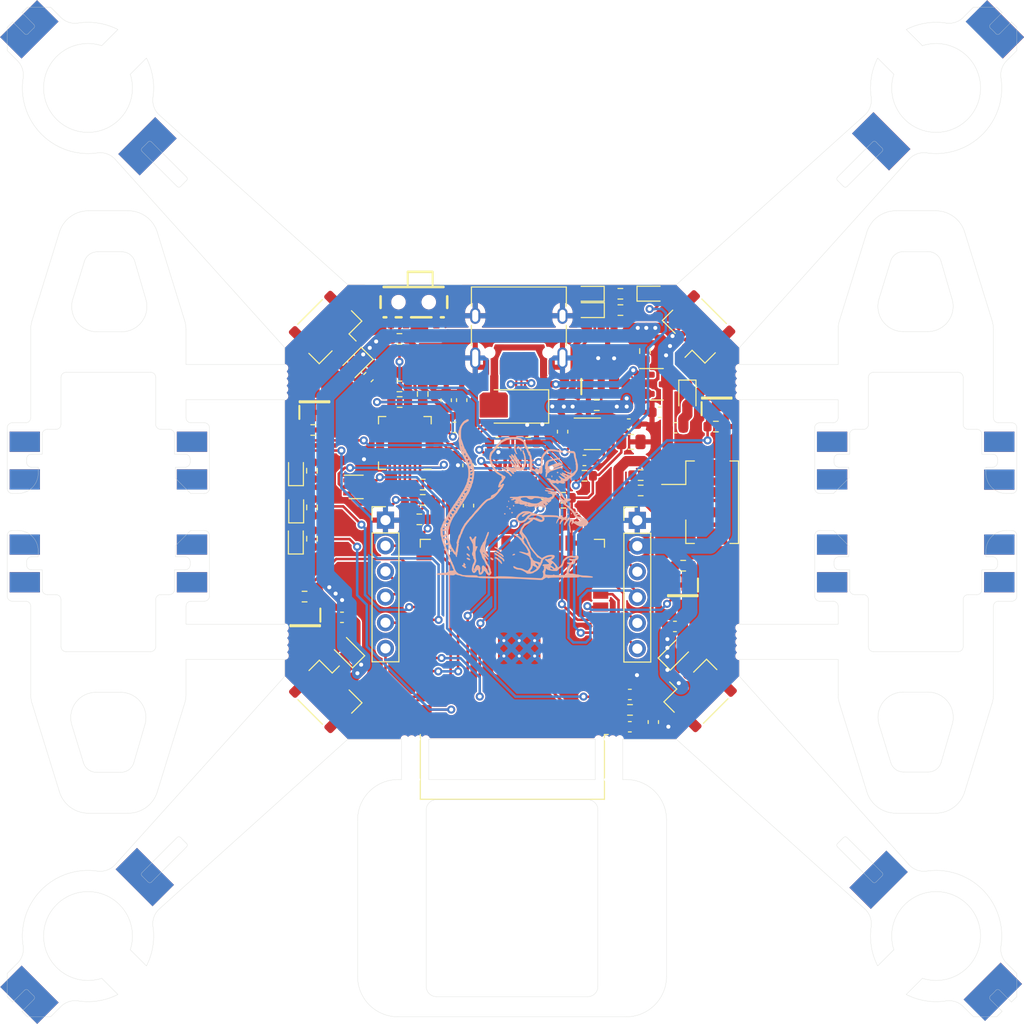
<source format=kicad_pcb>
(kicad_pcb (version 20240108) (generator "pcbnew") (generator_version "8.0")
  (layers (0 "F.Cu" signal) (31 "B.Cu" signal) (34 "B.Paste" user) (35 "F.Paste" user) (36 "B.SilkS" user "B.Silkscreen") (37 "F.SilkS" user "F.Silkscreen") (38 "B.Mask" user) (39 "F.Mask" user) (44 "Edge.Cuts" user))
  (net 0 "")
  (net 1 "VBUS")
  (net 2 "GND")
  (net 3 "Net-(U3-BP)")
  (net 4 "+3V3")
  (net 5 "+BATT")
  (net 6 "Net-(U6-VDD)")
  (net 7 "/EN")
  (net 8 "Net-(U9-REGOUT)")
  (net 9 "Net-(U9-CPOUT)")
  (net 10 "Net-(D2-A)")
  (net 11 "Net-(D3-A)")
  (net 12 "Net-(D4-A)")
  (net 13 "Net-(D5-A)")
  (net 14 "+5V")
  (net 15 "Net-(IC1-PROG)")
  (net 16 "Net-(IC1-~{STDBY})")
  (net 17 "Net-(IC1-~{CHRG})")
  (net 19 "/D+")
  (net 20 "/D-")
  (net 24 "/RXD2")
  (net 25 "/TXD2")
  (net 26 "/SDA")
  (net 27 "/SCL")
  (net 28 "/SRV_1")
  (net 29 "/SRV_2")
  (net 30 "/SRV_3")
  (net 31 "/SRV_4")
  (net 32 "Net-(LED1-A)")
  (net 33 "Net-(LED2-K)")
  (net 34 "Net-(LED3-K)")
  (net 35 "Net-(LED4-K)")
  (net 36 "/LED_1")
  (net 37 "Net-(LED5-K)")
  (net 38 "/LED_2")
  (net 39 "Net-(LED6-K)")
  (net 40 "/LED_3")
  (net 41 "/LDO_H")
  (net 42 "Net-(U6-VBUS)")
  (net 43 "Net-(U6-~{RST})")
  (net 44 "Net-(U6-TXD)")
  (net 45 "/RX")
  (net 46 "Net-(U6-RXD)")
  (net 47 "/TX")
  (net 48 "/IO0")
  (net 49 "Net-(U9-AD0)")
  (net 50 "/MOT_1")
  (net 51 "/MOT_2")
  (net 52 "/MOT_3")
  (net 53 "/MOT_4")
  (net 54 "LDO_EN")
  (net 55 "/ADC_BAT")
  (net 72 "/RTS")
  (net 74 "/DTR")
  (net 77 "/EXI5")
  (net 78 "/EXIO1")
  (net 85 "/EXIO2")
  (net 86 "/EXIO3")
  (net 87 "/EXIO4")
  (footprint "ESP32_TouchDown_lib:1mm hole" (layer "F.Cu") (at 153.4 98.67053)
    (property "Reference" "REF**" (hide yes))
    (property "Value" "1mm hole" (hide yes))
  )
  (footprint "ESP32_TouchDown_lib:1mm hole" (layer "F.Cu") (at 153.4 99.373686)
    (property "Reference" "REF**" (hide yes))
    (property "Value" "1mm hole" (hide yes))
  )
  (footprint "ESP32_TouchDown_lib:1mm hole" (layer "F.Cu") (at 140.856842 109.01 90)
    (property "Reference" "REF**" (hide yes))
    (property "Value" "1mm hole" (hide yes))
  )
  (footprint "ESP32_TouchDown_lib:1mm hole" (layer "F.Cu") (at 108.39 99.343686)
    (property "Reference" "REF**" (hide yes))
    (property "Value" "1mm hole" (hide yes))
  )
  (footprint "ESP32_TouchDown_lib:1mm hole" (layer "F.Cu") (at 163.19 74.366842)
    (property "Reference" "REF**" (hide yes))
    (property "Value" "1mm hole" (hide yes))
  )
  (footprint "Resistor_SMD:R_0603_1608Metric" (layer "F.Cu") (at 111.08055 86.05393 -90)
    (property "Reference" "R16" (hide yes))
    (property "Value" "1K")
  )
  (footprint "SI2302DS-T1:SOT95P237X112-3N" (layer "F.Cu") (at 110.41126 97.77222 -90)
    (property "Reference" "T1" (hide yes))
    (property "Value" "SI2302DS-T1" (hide yes))
  )
  (footprint "ESP32_TouchDown_lib:1mm hole" (layer "F.Cu") (at 153.4 100.076842)
    (property "Reference" "REF**" (hide yes))
    (property "Value" "1mm hole" (hide yes))
  )
  (footprint "ESP32_TouchDown_lib:1mm hole" (layer "F.Cu") (at 163.19 73.663686)
    (property "Reference" "REF**" (hide yes))
    (property "Value" "1mm hole" (hide yes))
  )
  (footprint "Capacitor_SMD:C_0603_1608Metric" (layer "F.Cu") (at 124.37618 75.43546 90)
    (property "Reference" "C7" (hide yes))
    (property "Value" "10uf")
  )
  (footprint "ESP32_TouchDown_lib:1mm hole" (layer "F.Cu") (at 98.6 97.96457)
    (property "Reference" "REF**" (hide yes))
    (property "Value" "1mm hole" (hide yes))
  )
  (footprint "Capacitor_SMD:C_0603_1608Metric" (layer "F.Cu") (at 144.89049 107.31246 90)
    (property "Reference" "C9" (hide yes))
    (property "Value" "10uf")
  )
  (footprint "Resistor_SMD:R_0603_1608Metric" (layer "F.Cu") (at 139.28217 75.93203 180)
    (property "Reference" "Rprog1" (hide yes))
    (property "Value" "3.3K")
  )
  (footprint "Resistor_SMD:R_0603_1608Metric" (layer "F.Cu") (at 135.97763 85.09635)
    (property "Reference" "R12" (hide yes))
    (property "Value" "10k")
  )
  (footprint "Capacitor_SMD:C_0603_1608Metric" (layer "F.Cu") (at 126.57963 85.8774 90)
    (property "Reference" "C13" (hide yes))
    (property "Value" "0.1uf")
  )
  (footprint "Resistor_SMD:R_0603_1608Metric" (layer "F.Cu") (at 111.08055 89.154 -90)
    (property "Reference" "R15" (hide yes))
    (property "Value" "1K")
  )
  (footprint "Resistor_SMD:R_0603_1608Metric" (layer "F.Cu") (at 119.76481 75.61834 180)
    (property "Reference" "R7" (hide yes))
    (property "Value" "10k")
  )
  (footprint "Capacitor_SMD:C_0805_2012Metric" (layer "F.Cu") (at 142.66545 79.56423)
    (property "Reference" "C3" (hide yes))
    (property "Value" "2.2uF")
  )
  (footprint "Resistor_SMD:R_0603_1608Metric" (layer "F.Cu") (at 142.57782 106.11231 180)
    (property "Reference" "R10" (hide yes))
    (property "Value" "10k")
  )
  (footprint "Resistor_SMD:R_0603_1608Metric" (layer "F.Cu") (at 132.48894 79.6417 180)
    (property "Reference" "R13" (hide yes))
    (property "Value" "4.7k")
  )
  (footprint "ESP32_TouchDown_lib:1mm hole" (layer "F.Cu") (at 163.19 72.96053)
    (property "Reference" "REF**" (hide yes))
    (property "Value" "1mm hole" (hide yes))
  )
  (footprint "ESP32_TouchDown_lib:1mm hole" (layer "F.Cu") (at 139.45053 113.01 90)
    (property "Reference" "REF**" (hide yes))
    (property "Value" "1mm hole" (hide yes))
  )
  (footprint "Connector_USB:USB_C_Receptacle_HRO_TYPE-C-31-M-12" (layer "F.Cu") (at 131.57073 68.12407 180)
    (property "Reference" "J1" (hide yes))
    (property "Value" "USB_C_Receptacle_USB2.0")
  )
  (footprint "Resistor_SMD:R_0603_1608Metric" (layer "F.Cu") (at 121.71426 87.2363 180)
    (property "Reference" "R11" (hide yes))
    (property "Value" "10k")
  )
  (footprint "ESP32_TouchDown_lib:1mm hole" (layer "F.Cu") (at 108.34 72.24457)
    (property "Reference" "REF**" (hide yes))
    (property "Value" "1mm hole" (hide yes))
  )
  (footprint "Package_TO_SOT_SMD:SOT-363_SC-70-6" (layer "F.Cu") (at 115.45189 84.02447)
    (property "Reference" "U7" (hide yes))
    (property "Value" "2N7002DW")
  )
  (footprint "ESP32_TouchDown_lib:1mm hole" (layer "F.Cu") (at 108.39 98.64053)
    (property "Reference" "REF**" (hide yes))
    (property "Value" "1mm hole" (hide yes))
  )
  (footprint "ESP32_TouchDown_lib:1mm hole" (layer "F.Cu") (at 163.2 97.97457)
    (property "Reference" "REF**" (hide yes))
    (property "Value" "1mm hole" (hide yes))
  )
  (footprint "MPU6050:MPU6050" (layer "F.Cu") (at 130.96094 83.93542 180)
    (property "Reference" "U9" (hide yes))
    (property "Value" "MPU-6050" (hide yes))
  )
  (footprint "ESP32_TouchDown_lib:1mm hole" (layer "F.Cu") (at 153.4 74.336842)
    (property "Reference" "REF**" (hide yes))
    (property "Value" "1mm hole" (hide yes))
  )
  (footprint "ESP32_TouchDown_lib:1mm hole" (layer "F.Cu") (at 163.2 99.373686)
    (property "Reference" "REF**" (hide yes))
    (property "Value" "1mm hole" (hide yes))
  )
  (footprint "ESP32_TouchDown_lib:1mm hole" (layer "F.Cu") (at 121.656842 109.01 90)
    (property "Reference" "REF**" (hide yes))
    (property "Value" "1mm hole" (hide yes))
  )
  (footprint "LED_SMD:LED_0603_1608Metric" (layer "F.Cu") (at 138.54716 66.51371 180)
    (property "Reference" "LED3" (hide yes))
    (property "Value" "CHG")
  )
  (footprint "Capacitor_SMD:C_0603_1608Metric" (layer "F.Cu") (at 142.45971 77.8002)
    (property "Reference" "C4" (hide yes))
    (property "Value" "10u")
  )
  (footprint "LED_SMD:LED_0603_1608Metric" (layer "F.Cu") (at 109.49559 82.41284 90)
    (property "Reference" "LED6" (hide yes))
    (property "Value" "LED")
  )
  (footprint "ESP32_TouchDown_lib:1mm hole" (layer "F.Cu") (at 120.953686 109.01 90)
    (property "Reference" "REF**" (hide yes))
    (property "Value" "1mm hole" (hide yes))
  )
  (footprint "LED_SMD:LED_0603_1608Metric" (layer "F.Cu") (at 144.75841 64.88684)
    (property "Reference" "LED1" (hide yes))
    (property "Value" "POW_LED")
  )
  (footprint "ESP32_TouchDown_lib:1mm hole" (layer "F.Cu") (at 140.856842 113.01 90)
    (property "Reference" "REF**" (hide yes))
    (property "Value" "1mm hole" (hide yes))
  )
  (footprint "Package_DFN_QFN:QFN-28-1EP_5x5mm_P0.5mm_EP3.35x3.35mm" (layer "F.Cu") (at 120.27916 79.66456 180)
    (property "Reference" "U6" (hide yes))
    (property "Value" "CP2102N-Axx-xQFN28")
  )
  (footprint "RF_Module:ESP32-WROOM-32" (layer "F.Cu") (at 130.92811 99.10145 180)
    (property "Reference" "U8" (hide yes))
    (property "Value" "ESP32-WROOM-32")
  )
  (footprint "Capacitor_SMD:C_0603_1608Metric" (layer "F.Cu") (at 145.53692 76.63307 180)
    (property "Reference" "C5" (hide yes))
    (property "Value" "10uF")
  )
  (footprint "ESP32_TouchDown_lib:1mm hole" (layer "F.Cu") (at 98.6 98.66053)
    (property "Reference" "REF**" (hide yes))
    (property "Value" "1mm hole" (hide yes))
  )
  (footprint "ESP32_TouchDown_lib:slide switch spdt" (layer "F.Cu") (at 121.14911 66.14811 180)
    (property "Reference" "SW1" (hide yes))
    (property "Value" "K3-1280S-F1 ")
  )
  (footprint "ESP32_TouchDown_lib:1mm hole" (layer "F.Cu") (at 141.56 113.01 90)
    (property "Reference" "REF**" (hide yes))
    (property "Value" "1mm hole" (hide yes))
  )
  (footprint "Diode_SMD:D_SOD-323" (layer "F.Cu") (at 147.02409 100.51034 45)
    (property "Reference" "D5" (hide yes))
    (property "Value" "1N4148W")
  )
  (footprint "ESP32_TouchDown_lib:1mm hole" (layer "F.Cu") (at 122.35 113 90)
    (property "Reference" "REF**" (hide yes))
    (property "Value" "1mm hole" (hide yes))
  )
  (footprint "Resistor_SMD:R_0603_1608Metric" (layer "F.Cu") (at 122.04827 74.82586 90)
    (property "Reference" "R6" (hide yes))
    (property "Value" "22.1k")
  )
  (footprint "ESP32_TouchDown_lib:1mm hole" (layer "F.Cu") (at 98.62 74.366842)
    (property "Reference" "REF**" (hide yes))
    (property "Value" "1mm hole" (hide yes))
  )
  (footprint "ESP32_TouchDown_lib:1mm hole" (layer "F.Cu") (at 153.4 72.93053)
    (property "Reference" "REF**" (hide yes))
    (property "Value" "1mm hole" (hide yes))
  )
  (footprint "Resistor_SMD:R_0603_1608Metric" (layer "F.Cu") (at 111.20628 78.38694 180)
    (property "Reference" "R19" (hide yes))
    (property "Value" "10k")
  )
  (footprint "Capacitor_SMD:C_0603_1608Metric" (layer "F.Cu") (at 116.67617 73.152 -135)
    (property "Reference" "C16" (hide yes))
    (property "Value" "1uf")
  )
  (footprint "ESP32_TouchDown_lib:1mm hole" (layer "F.Cu") (at 163.2 98.67053)
    (property "Reference" "REF**" (hide yes))
    (property "Value" "1mm hole" (hide yes))
  )
  (footprint "Resistor_SMD:R_0603_1608Metric" (layer "F.Cu") (at 143.63573 84.37626)
    (property "Reference" "U5" (hide yes))
    (property "Value" "100K")
  )
  (footprint "Resistor_SMD:R_0603_1608Metric" (layer "F.Cu") (at 111.07293 82.423 -90)
    (property "Reference" "R17" (hide yes))
    (property "Value" "1K")
  )
  (footprint "Resistor_SMD:R_0603_1608Metric" (layer "F.Cu") (at 135.97763 86.63432)
    (property "Reference" "R14" (hide yes))
    (property "Value" "10k")
  )
  (footprint "ESP32_TouchDown_lib:1mm hole" (layer "F.Cu") (at 121.646842 113 90)
    (property "Reference" "REF**" (hide yes))
    (property "Value" "1mm hole" (hide yes))
  )
  (footprint "ESP32_TouchDown_lib:1mm hole" (layer "F.Cu") (at 108.39 100.75)
    (property "Reference" "REF**" (hide yes))
    (property "Value" "1mm hole" (hide yes))
  )
  (footprint "ESP32_TouchDown_lib:1mm hole" (layer "F.Cu") (at 108.34 72.94053)
    (property "Reference" "REF**" (hide yes))
    (property "Value" "1mm hole" (hide yes))
  )
  (footprint "Capacitor_SMD:C_0603_1608Metric" (layer "F.Cu") (at 125.90907 75.42784 90)
    (property "Reference" "C6" (hide yes))
    (property "Value" "0.1uf")
  )
  (footprint "Resistor_SMD:R_0603_1608Metric" (layer "F.Cu") (at 141.6304 66.51117)
    (property "Reference" "R4" (hide yes))
    (property "Value" "1.3K")
  )
  (footprint "ESP32_TouchDown_lib:1mm hole" (layer "F.Cu") (at 98.62 72.96053)
    (property "Reference" "REF**" (hide yes))
    (property "Value" "1mm hole" (hide yes))
  )
  (footprint "Capacitor_SMD:C_0603_1608Metric" (layer "F.Cu") (at 138.06424 81.40319 180)
    (property "Reference" "C2" (hide yes))
    (property "Value" "470pF")
  )
  (footprint "Resistor_SMD:R_0603_1608Metric" (layer "F.Cu") (at 147.84451 91.82989)
    (property "Reference" "R21" (hide yes))
    (property "Value" "10k")
  )
  (footprint "ESP32_TouchDown_lib:1mm hole" (layer "F.Cu") (at 98.62 73.663686)
    (property "Reference" "REF**" (hide yes))
    (property "Value" "1mm hole" (hide yes))
  )
  (footprint "Resistor_SMD:R_0603_1608Metric" (layer "F.Cu") (at 110.34522 94.88805)
    (property "Reference" "R18" (hide yes))
    (property "Value" "10k")
  )
  (footprint "Capacitor_SMD:C_0603_1608Metric" (layer "F.Cu") (at 125.18644 78.12913)
    (property "Reference" "C8" (hide yes))
    (property "Value" "1uf")
  )
  (footprint "Capacitor_SMD:C_0603_1608Metric" (layer "F.Cu") (at 147.08632 78.16596)
    (property "Reference" "C17" (hide yes))
    (property "Value" "1uf")
  )
  (footprint "SI2302DS-T1:SOT95P237X112-3N" (layer "F.Cu") (at 147.80768 94.79661 -90)
    (property "Reference" "T4" (hide yes))
    (property "Value" "SI2302DS-T1" (hide yes))
  )
  (footprint "ESP32_TouchDown_lib:1mm hole" (layer "F.Cu") (at 108.34 74.346842)
    (property "Reference" "REF**" (hide yes))
    (property "Value" "1mm hole" (hide yes))
  )
  (footprint "Connector_JST:JST_GH_SM02B-GHS-TB_1x02-1MP_P1.25mm_Horizontal" (layer "F.Cu") (at 112.69726 68.50253 -135)
    (property "Reference" "J5" (hide yes))
    (property "Value" "Conn_01x02_Female")
  )
  (footprint "ESP32_TouchDown_lib:1mm hole" (layer "F.Cu") (at 98.62 72.26457)
    (property "Reference" "REF**" (hide yes))
    (property "Value" "1mm hole" (hide yes))
  )
  (footprint "ESP32_TouchDown_lib:1mm hole" (layer "F.Cu") (at 153.4 73.633686)
    (property "Reference" "REF**" (hide yes))
    (property "Value" "1mm hole" (hide yes))
  )
  (footprint "ESP32_TouchDown_lib:1mm hole" (layer "F.Cu") (at 153.4 100.78)
    (property "Reference" "REF**" (hide yes))
    (property "Value" "1mm hole" (hide yes))
  )
  (footprint "SI2302DS-T1:SOT95P237X112-3N" (layer "F.Cu") (at 111.32947 75.59294 90)
    (property "Reference" "T2" (hide yes))
    (property "Value" "SI2302DS-T1" (hide yes))
  )
  (footprint "Resistor_SMD:R_0603_1608Metric" (layer "F.Cu") (at 143.63573 82.85607 180)
    (property "Reference" "U4" (hide yes))
    (property "Value" "100K")
  )
  (footprint "Resistor_SMD:R_0603_1608Metric" (layer "F.Cu") (at 119.74322 74.06894)
    (property "Reference" "R5" (hide yes))
    (property "Value" "47.5k")
  )
  (footprint "ESP32_TouchDown_lib:1mm hole" (layer "F.Cu") (at 153.4 97.97457)
    (property "Reference" "REF**" (hide yes))
    (property "Value" "1mm hole" (hide yes))
  )
  (footprint "ESP32_TouchDown_lib:1mm hole" (layer "F.Cu") (at 108.39 97.94457)
    (property "Reference" "REF**" (hide yes))
    (property "Value" "1mm hole" (hide yes))
  )
  (footprint "Diode_SMD:D_SOD-323" (layer "F.Cu") (at 115.48872 71.85533 -135)
    (property "Reference" "D3" (hide yes))
    (property "Value" "1N4148W")
  )
  (footprint "ESP32_TouchDown_lib:1mm hole" (layer "F.Cu") (at 108.34 73.643686)
    (property "Reference" "REF**" (hide yes))
    (property "Value" "1mm hole" (hide yes))
  )
  (footprint "Capacitor_SMD:C_0603_1608Metric" (layer "F.Cu") (at 142.56161 107.77982)
    (property "Reference" "C10" (hide yes))
    (property "Value" "1uf")
  )
  (footprint "Connector_JST:JST_GH_SM02B-GHS-TB_1x02-1MP_P1.25mm_Horizontal" (layer "F.Cu") (at 149.25421 104.41305 45)
    (property "Reference" "J4" (hide yes))
    (property "Value" "Conn_01x02_Female")
  )
  (footprint "ESP32_TouchDown_lib:1mm hole" (layer "F.Cu") (at 163.2 100.076842)
    (property "Reference" "REF**" (hide yes))
    (property "Value" "1mm hole" (hide yes))
  )
  (footprint "ESP32_TouchDown_lib:1mm hole" (layer "F.Cu") (at 122.36 109.01 90)
    (property "Reference" "REF**" (hide yes))
    (property "Value" "1mm hole" (hide yes))
  )
  (footprint "ESP32_TouchDown_lib:1mm hole" (layer "F.Cu") (at 98.62 75.07)
    (property "Reference" "REF**" (hide yes))
    (property "Value" "1mm hole" (hide yes))
  )
  (footprint "Diode_SMD:D_SOD-323" (layer "F.Cu") (at 148.26107 74.94397 -90)
    (property "Reference" "D4" (hide yes))
    (property "Value" "1N4148W")
  )
  (footprint "Resistor_SMD:R_0603_1608Metric" (layer "F.Cu") (at 138.07313 82.91957)
    (property "Reference" "R1" (hide yes))
    (property "Value" "470R")
  )
  (footprint "ESP32_TouchDown_lib:1mm hole" (layer "F.Cu") (at 120.24053 113 90)
    (property "Reference" "REF**" (hide yes))
    (property "Value" "1mm hole" (hide yes))
  )
  (footprint "ESP32_TouchDown_lib:1mm hole" (layer "F.Cu") (at 98.6 100.77)
    (property "Reference" "REF**" (hide yes))
    (property "Value" "1mm hole" (hide yes))
  )
  (footprint "ESP32_TouchDown_lib:1mm hole" (layer "F.Cu") (at 153.4 72.23457)
    (property "Reference" "REF**" (hide yes))
    (property "Value" "1mm hole" (hide yes))
  )
  (footprint "ESP32_TouchDown_lib:1mm hole" (layer "F.Cu") (at 120.943686 113 90)
    (property "Reference" "REF**" (hide yes))
    (property "Value" "1mm hole" (hide yes))
  )
  (footprint "Capacitor_SMD:C_0603_1608Metric" (layer "F.Cu") (at 147.02917 97.84588)
    (property "Reference" "C18" (hide yes))
    (property "Value" "1uf")
  )
  (footprint "Capacitor_SMD:C_0603_1608Metric" (layer "F.Cu") (at 142.56258 104.58069)
    (property "Reference" "C11" (hide yes))
    (property "Value" "0.1uf")
  )
  (footprint "Capacitor_SMD:C_0603_1608Metric" (layer "F.Cu") (at 126.53264 81.88833 90)
    (property "Reference" "C14" (hide yes))
    (property "Value" "10uf")
  )
  (footprint "Resistor_SMD:R_0603_1608Metric" (layer "F.Cu") (at 122.05081 83.78952)
    (property "Reference" "R8" (hide yes))
    (property "Value" "1k")
  )
  (footprint "SI2302DS-T1:SOT95P237X112-3N" (layer "F.Cu") (at 151.16937 75.22464 90)
    (property "Reference" "T3" (hide yes))
    (property "Value" "SI2302DS-T1" (hide yes))
  )
  (footprint "Resistor_SMD:R_0603_1608Metric" (layer "F.Cu") (at 144.06118 70.56755 90)
    (property "Reference" "U1" (hide yes))
    (property "Value" "100K")
  )
  (footprint "Connector_JST:JST_PH_B2B-PH-SM4-TB_1x02-1MP_P2.00mm_Vertical" (layer "F.Cu") (at 148.96503 85.54085 -90)
    (property "Reference" "J3" (hide yes))
    (property "Value" " B2B-PH-SM4-TB(LF)(SN) ")
  )
  (footprint "LED_SMD:LED_0603_1608Metric" (layer "F.Cu") (at 109.51464 86.09997 90)
    (property "Reference" "LED5" (hide yes))
    (property "Value" "LED")
  )
  (footprint "ESP32_TouchDown_lib:1mm hole" (layer "F.Cu") (at 108.39 100.046842)
    (property "Reference" "REF**" (hide yes))
    (property "Value" "1mm hole" (hide yes))
  )
  (footprint "Resistor_SMD:R_0603_1608Metric" (layer "F.Cu") (at 141.62278 64.89573)
    (property "Reference" "R3" (hide yes))
    (property "Value" "1.3K")
  )
  (footprint "Package_TO_SOT_SMD:SOT-23-5" (layer "F.Cu") (at 138.85037 78.7654)
    (property "Reference" "U3" (hide yes))
    (property "Value" "MIC5219-3.3YM5")
  )
  (footprint "Connector_PinHeader_2.54mm:PinHeader_1x06_P2.54mm_Vertical" (layer "F.Cu") (at 118.35892 87.31377)
    (property "Reference" "J8" (hide yes))
    (property "Value" "Conn_01x06_Female" (hide yes))
  )
  (footprint "ESP32_TouchDown_lib:1mm hole" (layer "F.Cu") (at 153.4 75.04)
    (property "Reference" "REF**" (hide yes))
    (property "Value" "1mm hole" (hide yes))
  )
  (footprint "Resistor_SMD:R_0603_1608Metric" (layer "F.Cu") (at 119.74195 69.36486 180)
    (property "Reference" "R2" (hide yes))
    (property "Value" "100K")
  )
  (footprint "ESP32_TouchDown_lib:1mm hole" (layer "F.Cu") (at 98.6 99.363686)
    (property "Reference" "REF**" (hide yes))
    (property "Value" "1mm hole" (hide yes))
  )
  (footprint "Diode_SMD:D_SMA" (layer "F.Cu") (at 131.12242 76.05649 180)
    (property "Reference" "D1" (hide yes))
    (property "Value" "SS34")
  )
  (footprint "ESP32_TouchDown_lib:1mm hole" (layer "F.Cu") (at 120.25053 109.01 90)
    (property "Reference" "REF**" (hide yes))
    (property "Value" "1mm hole" (hide yes))
  )
  (footprint "Capacitor_SMD:C_0603_1608Metric" (layer "F.Cu") (at 129.44221 79.63535 180)
    (property "Reference" "C12" (hide yes))
    (property "Value" "0.1uf")
  )
  (footprint "Resistor_SMD:R_0603_1608Metric" (layer "F.Cu") (at 151.08428 78.04785 180)
    (property "Reference" "R20" (hide yes))
    (property "Value" "10k")
  )
  (footprint "ESP32_TouchDown_lib:1mm hole" (layer "F.Cu") (at 139.45053 109.01 90)
    (property "Reference" "REF**" (hide yes))
    (property "Value" "1mm hole" (hide yes))
  )
  (footprint "Capacitor_SMD:C_0603_1608Metric" (layer "F.Cu") (at 135.90397 78.55204 -90)
    (property "Reference" "C1" (hide yes))
    (property "Value" "10u")
  )
  (footprint "ESP32_TouchDown_lib:1mm hole" (layer "F.Cu") (at 98.6 100.066842)
    (property "Reference" "REF**" (hide yes))
    (property "Value" "1mm hole" (hide yes))
  )
  (footprint "LED_SMD:LED_0603_1608Metric" (layer "F.Cu") (at 138.53668 64.89827 180)
    (property "Reference" "LED2" (hide yes))
    (property "Value" "CHG")
  )
  (footprint "tp4056:SOIC127P600X175-9N" (layer "F.Cu") (at 140.36167 71.37527 90)
    (property "Reference" "IC1" (hide yes))
    (property "Value" "TP4056" (hide yes))
  )
  (footprint "Connector_JST:JST_GH_SM02B-GHS-TB_1x02-1MP_P1.25mm_Horizontal" (layer "F.Cu") (at 149.10054 68.44284 135)
    (property "Reference" "J6" (hide yes))
    (property "Value" "Conn_01x02_Female")
  )
  (footprint "ESP32_TouchDown_lib:1mm hole" (layer "F.Cu") (at 108.34 75.05)
    (property "Reference" "REF**" (hide yes))
    (property "Value" "1mm hole" (hide yes))
  )
  (footprint "LED_SMD:LED_0603_1608Metric" (layer "F.Cu") (at 109.48162 89.18353 90)
    (property "Reference" "LED4" (hide yes))
    (property "Value" "LED")
  )
  (footprint "ESP32_TouchDown_lib:1mm hole" (layer "F.Cu") (at 163.2 100.78)
    (property "Reference" "REF**" (hide yes))
    (property "Value" "1mm hole" (hide yes))
  )
  (footprint "Package_TO_SOT_SMD:SOT-23" (layer "F.Cu") (at 145.2245 73.86066)
    (property "Reference" "U2" (hide yes))
    (property "Value" "AO3401")
  )
  (footprint "ESP32_TouchDown_lib:1mm hole" (layer "F.Cu") (at 140.153686 113.01 90)
    (property "Reference" "REF**" (hide yes))
    (property "Value" "1mm hole" (hide yes))
  )
  (footprint "ESP32_TouchDown_lib:1mm hole" (layer "F.Cu") (at 140.153686 109.01 90)
    (property "Reference" "REF**" (hide yes))
    (property "Value" "1mm hole" (hide yes))
  )
  (footprint "ESP32_TouchDown_lib:1mm hole" (layer "F.Cu") (at 163.19 75.07)
    (property "Reference" "REF**" (hide yes))
    (property "Value" "1mm hole" (hide yes))
  )
  (footprint "ESP32_TouchDown_lib:1mm hole" (layer "F.Cu") (at 141.56 109.01 90)
    (property "Reference" "REF**" (hide yes))
    (property "Value" "1mm hole" (hide yes))
  )
  (footprint "ESP32_TouchDown_lib:1mm hole" (layer "F.Cu") (at 163.19 72.26457)
    (property "Reference" "REF**" (hide yes))
    (property "Value" "1mm hole" (hide yes))
  )
  (footprint "Connector_JST:JST_GH_SM02B-GHS-TB_1x02-1MP_P1.25mm_Horizontal" (layer "F.Cu") (at 112.7125 104.50576 -45)
    (property "Reference" "J2" (hide yes))
    (property "Value" "Conn_01x02_Female")
  )
  (footprint "Capacitor_SMD:C_0603_1608Metric" (layer "F.Cu") (at 114.05108 96.94164 180)
    (property "Reference" "C15" (hide yes))
    (property "Value" "1uf")
  )
  (footprint "Resistor_SMD:R_0603_1608Metric" (layer "F.Cu") (at 122.04954 85.30971)
    (property "Reference" "R9" (hide yes))
    (property "Value" "1k")
  )
  (footprint "Connector_PinHeader_2.54mm:PinHeader_1x06_P2.54mm_Vertical" (layer "F.Cu") (at 143.30299 87.34171)
    (property "Reference" "J9" (hide yes))
    (property "Value" "Conn_01x06_Female" (hide yes))
  )
  (footprint "Diode_SMD:D_SOD-323" (layer "F.Cu") (at 114.63655 100.28682 135)
    (property "Reference" "D2" (hide yes))
    (property "Value" "1N4148W")
  )
  (footprint "lib:rata" (layer "B.Cu") (at 131.45 85.41 180)
    (property "Reference" "G***" (hide yes))
    (property "Value" "LOGO" (hide yes))
  )
  (gr_poly (pts (xy 100.69741 78.54899) (xy 97.69742 78.54899) (xy 97.69742 80.54899) (xy 100.69741 80.54899)) (fill solid) (layer "F.Cu"))
  (gr_poly (pts (xy 175.83994 37.939282) (xy 179.50389 41.604502) (xy 181.62098 39.478522) (xy 177.96211 35.817112)) (fill solid) (layer "F.Cu"))
  (gr_poly (pts (xy 85.98916 135.09244) (xy 82.32521 131.42722) (xy 80.20812 133.5532) (xy 83.86699 137.21461)) (fill solid) (layer "F.Cu"))
  (gr_poly (pts (xy 84.13737 82.28279) (xy 81.13738 82.28279) (xy 81.13738 84.28279) (xy 84.13737 84.28279)) (fill solid) (layer "F.Cu"))
  (gr_poly (pts (xy 100.69741 82.28279) (xy 97.69742 82.28279) (xy 97.69742 84.28279) (xy 100.69741 84.28279)) (fill solid) (layer "F.Cu"))
  (gr_poly (pts (xy 84.13737 92.46819) (xy 81.13738 92.46819) (xy 81.13738 94.46819) (xy 84.13737 94.46819)) (fill solid) (layer "F.Cu"))
  (gr_poly (pts (xy 94.013711 53.175414) (xy 97.678931 49.511464) (xy 95.552951 47.394374) (xy 91.891541 51.053244)) (fill solid) (layer "F.Cu"))
  (gr_poly (pts (xy 82.30997 41.59631) (xy 85.97519 37.93236) (xy 83.84921 35.81527) (xy 80.1878 39.47414)) (fill solid) (layer "F.Cu"))
  (gr_poly (pts (xy 180.65737 82.30184) (xy 177.65738 82.30184) (xy 177.65738 84.30184) (xy 180.65737 84.30184)) (fill solid) (layer "F.Cu"))
  (gr_poly (pts (xy 84.13737 88.73439) (xy 81.13738 88.73439) (xy 81.13738 90.73439) (xy 84.13737 90.73439)) (fill solid) (layer "F.Cu"))
  (gr_poly (pts (xy 84.13737 78.54899) (xy 81.13738 78.54899) (xy 81.13738 80.54899) (xy 84.13737 80.54899)) (fill solid) (layer "F.Cu"))
  (gr_poly (pts (xy 164.09657 92.46819) (xy 161.09658 92.46819) (xy 161.09658 94.46819) (xy 164.09657 94.46819)) (fill solid) (layer "F.Cu"))
  (gr_poly (pts (xy 164.574045 49.020737) (xy 168.237995 52.685957) (xy 170.355085 50.559977) (xy 166.696215 46.898567)) (fill solid) (layer "F.Cu"))
  (gr_poly (pts (xy 164.09657 82.28279) (xy 161.09658 82.28279) (xy 161.09658 84.28279) (xy 164.09657 84.28279)) (fill solid) (layer "F.Cu"))
  (gr_poly (pts (xy 100.69741 88.73439) (xy 97.69742 88.73439) (xy 97.69742 90.73439) (xy 100.69741 90.73439)) (fill solid) (layer "F.Cu"))
  (gr_poly (pts (xy 180.65737 92.46184) (xy 177.65738 92.46184) (xy 177.65738 94.46184) (xy 180.65737 94.46184)) (fill solid) (layer "F.Cu"))
  (gr_poly (pts (xy 100.69741 92.46819) (xy 97.69742 92.46819) (xy 97.69742 94.46819) (xy 100.69741 94.46819)) (fill solid) (layer "F.Cu"))
  (gr_poly (pts (xy 167.966213 120.047966) (xy 164.300993 123.711916) (xy 166.426973 125.829006) (xy 170.088383 122.170136)) (fill solid) (layer "F.Cu"))
  (gr_poly (pts (xy 179.287742 131.128072) (xy 175.622522 134.792022) (xy 177.748502 136.909112) (xy 181.409912 133.250242)) (fill solid) (layer "F.Cu"))
  (gr_poly (pts (xy 180.65737 78.54899) (xy 177.65738 78.54899) (xy 177.65738 80.54899) (xy 180.65737 80.54899)) (fill solid) (layer "F.Cu"))
  (gr_poly (pts (xy 180.65737 88.73439) (xy 177.65738 88.73439) (xy 177.65738 90.73439) (xy 180.65737 90.73439)) (fill solid) (layer "F.Cu"))
  (gr_poly (pts (xy 164.09657 78.54899) (xy 161.09658 78.54899) (xy 161.09658 80.54899) (xy 164.09657 80.54899)) (fill solid) (layer "F.Cu"))
  (gr_poly (pts (xy 97.411917 123.437451) (xy 93.747967 119.772231) (xy 91.630877 121.898211) (xy 95.289747 125.559621)) (fill solid) (layer "F.Cu"))
  (gr_poly (pts (xy 164.09657 88.73439) (xy 161.09658 88.73439) (xy 161.09658 90.73439) (xy 164.09657 90.73439)) (fill solid) (layer "F.Cu"))
  (gr_poly (pts (xy 168.227882 52.684779) (xy 164.562662 49.020829) (xy 166.688642 46.903739) (xy 170.350052 50.562609)) (fill solid) (layer "B.Cu"))
  (gr_poly (pts (xy 84.13521 78.54975) (xy 81.13522 78.54975) (xy 81.13522 80.54975) (xy 84.13521 80.54975)) (fill solid) (layer "B.Cu"))
  (gr_poly (pts (xy 84.13521 88.73515) (xy 81.13522 88.73515) (xy 81.13522 90.73515) (xy 84.13521 90.73515)) (fill solid) (layer "B.Cu"))
  (gr_poly (pts (xy 180.65521 92.4626) (xy 177.65522 92.4626) (xy 177.65522 94.4626) (xy 180.65521 94.4626)) (fill solid) (layer "B.Cu"))
  (gr_poly (pts (xy 180.65521 78.54975) (xy 177.65522 78.54975) (xy 177.65522 80.54975) (xy 180.65521 80.54975)) (fill solid) (layer "B.Cu"))
  (gr_poly (pts (xy 180.65521 88.73515) (xy 177.65522 88.73515) (xy 177.65522 90.73515) (xy 180.65521 90.73515)) (fill solid) (layer "B.Cu"))
  (gr_poly (pts (xy 179.284972 131.139272) (xy 175.619752 134.803222) (xy 177.745732 136.920312) (xy 181.407142 133.261442)) (fill solid) (layer "B.Cu"))
  (gr_poly (pts (xy 97.41012 123.438588) (xy 93.74617 119.773368) (xy 91.62908 121.899348) (xy 95.28795 125.560758)) (fill solid) (layer "B.Cu"))
  (gr_poly (pts (xy 164.09441 88.73515) (xy 161.09442 88.73515) (xy 161.09442 90.73515) (xy 164.09441 90.73515)) (fill solid) (layer "B.Cu"))
  (gr_poly (pts (xy 167.970803 120.041992) (xy 164.305583 123.705942) (xy 166.431563 125.823032) (xy 170.092973 122.164162)) (fill solid) (layer "B.Cu"))
  (gr_poly (pts (xy 164.09441 92.46895) (xy 161.09442 92.46895) (xy 161.09442 94.46895) (xy 164.09441 94.46895)) (fill solid) (layer "B.Cu"))
  (gr_poly (pts (xy 82.31124 41.59758) (xy 85.97646 37.93363) (xy 83.85048 35.81654) (xy 80.18907 39.47541)) (fill solid) (layer "B.Cu"))
  (gr_poly (pts (xy 94.014981 53.176684) (xy 97.680201 49.512734) (xy 95.554221 47.395644) (xy 91.892811 51.054514)) (fill solid) (layer "B.Cu"))
  (gr_poly (pts (xy 100.69525 88.73515) (xy 97.69526 88.73515) (xy 97.69526 90.73515) (xy 100.69525 90.73515)) (fill solid) (layer "B.Cu"))
  (gr_poly (pts (xy 164.09441 82.28355) (xy 161.09442 82.28355) (xy 161.09442 84.28355) (xy 164.09441 84.28355)) (fill solid) (layer "B.Cu"))
  (gr_poly (pts (xy 179.483713 41.601388) (xy 175.818493 37.937438) (xy 177.944473 35.820348) (xy 181.605883 39.479218)) (fill solid) (layer "B.Cu"))
  (gr_poly (pts (xy 84.13521 82.28355) (xy 81.13522 82.28355) (xy 81.13522 84.28355) (xy 84.13521 84.28355)) (fill solid) (layer "B.Cu"))
  (gr_poly (pts (xy 84.13521 92.46895) (xy 81.13522 92.46895) (xy 81.13522 94.46895) (xy 84.13521 94.46895)) (fill solid) (layer "B.Cu"))
  (gr_poly (pts (xy 100.69525 78.54975) (xy 97.69526 78.54975) (xy 97.69526 80.54975) (xy 100.69525 80.54975)) (fill solid) (layer "B.Cu"))
  (gr_poly (pts (xy 85.987363 135.093577) (xy 82.323413 131.428357) (xy 80.206323 133.554337) (xy 83.865193 137.215747)) (fill solid) (layer "B.Cu"))
  (gr_poly (pts (xy 100.69525 92.46895) (xy 97.69526 92.46895) (xy 97.69526 94.46895) (xy 100.69525 94.46895)) (fill solid) (layer "B.Cu"))
  (gr_poly (pts (xy 100.69525 82.28355) (xy 97.69526 82.28355) (xy 97.69526 84.28355) (xy 100.69525 84.28355)) (fill solid) (layer "B.Cu"))
  (gr_poly (pts (xy 164.09441 78.54975) (xy 161.09442 78.54975) (xy 161.09442 80.54975) (xy 164.09441 80.54975)) (fill solid) (layer "B.Cu"))
  (gr_poly (pts (xy 180.65521 82.3026) (xy 177.65522 82.3026) (xy 177.65522 84.3026) (xy 180.65521 84.3026)) (fill solid) (layer "B.Cu"))
  (gr_arc (start 89.744997 112.289635) (mid 88.937928 112.034254) (end 88.445001 111.346067) (stroke (width 0.0254)) (layer "Edge.Cuts"))
  (gr_arc (start 95.10218 72.67372) (mid 95.455635 72.820132) (end 95.60204 73.17359) (stroke (width 0.0254)) (layer "Edge.Cuts"))
  (gr_arc (start 81.96174 88.34323) (mid 83.375954 88.929016) (end 83.96174 90.34323) (stroke (width 0.0254)) (layer "Edge.Cuts"))
  (gr_line (start 83.96174 82.6737) (end 83.96174 82.07375) (stroke (width 0.0254)) (layer "Edge.Cuts"))
  (gr_line (start 108.39755 97.61652) (end 98.6023 97.61652) (stroke (width 0.0254)) (layer "Edge.Cuts"))
  (gr_arc (start 177.43323 94.19336) (mid 177.286821 94.546821) (end 176.93336 94.69323) (stroke (width 0.0254)) (layer "Edge.Cuts"))
  (gr_line (start 97.46158 92.2434) (end 97.46158 94.19336) (stroke (width 0.0254)) (layer "Edge.Cuts"))
  (gr_line (start 81.43774 37.96817) (end 80.89748 38.50843) (stroke (width 0.0254)) (layer "Edge.Cuts"))
  (gr_line (start 83.96174 90.94343) (end 83.96174 90.34323) (stroke (width 0.0254)) (layer "Edge.Cuts"))
  (gr_line (start 97.46158 78.82357) (end 97.46158 80.77378) (stroke (width 0.0254)) (layer "Edge.Cuts"))
  (gr_arc (start 167.53129 50.44186) (mid 167.613116 50.614349) (end 167.549525 50.79436) (stroke (width 0.0254)) (layer "Edge.Cuts"))
  (gr_arc (start 82.4705 129.48056) (mid 84.285193 123.92837) (end 89.824564 122.074913) (stroke (width 0.0254)) (layer "Edge.Cuts"))
  (gr_arc (start 163.2834 82.07375) (mid 162.929755 81.927265) (end 162.78327 81.57362) (stroke (width 0.0254)) (layer "Edge.Cuts"))
  (gr_arc (start 146.19758 132.5085) (mid 145.02601 135.33692) (end 142.19759 136.50849) (stroke (width 0.0254)) (layer "Edge.Cuts"))
  (gr_line (start 82.81162 91.74328) (end 82.81162 91.4433) (stroke (width 0.0254)) (layer "Edge.Cuts"))
  (gr_line (start 98.6023 104.58094) (end 98.6023 101.11638) (stroke (width 0.0254)) (layer "Edge.Cuts"))
  (gr_arc (start 164.070152 54.276373) (mid 163.89 54.34) (end 163.717419 54.258013) (stroke (width 0.0254)) (layer "Edge.Cuts"))
  (gr_line (start 162.73323 84.67369) (end 164.23336 83.17357) (stroke (width 0.0254)) (layer "Edge.Cuts"))
  (gr_arc (start 96.10217 78.32369) (mid 95.748532 78.177208) (end 95.60205 77.82357) (stroke (width 0.0254)) (layer "Edge.Cuts"))
  (gr_arc (start 98.46793 67.54901) (mid 98.568337 67.987453) (end 98.602059 68.43598) (stroke (width 0.0254)) (layer "Edge.Cuts"))
  (gr_arc (start 98.665118 53.335878) (mid 98.728745 53.516034) (end 98.646758 53.688611) (stroke (width 0.0254)) (layer "Edge.Cuts"))
  (gr_line (start 176.6029 136.50849) (end 178.89754 136.50849) (stroke (width 0.0254)) (layer "Edge.Cuts"))
  (gr_arc (start 180.39741 88.34323) (mid 180.751049 88.489718) (end 180.89753 88.84336) (stroke (width 0.0254)) (layer "Edge.Cuts"))
  (gr_line (start 100.42576 77.67371) (end 99.10217 77.67371) (stroke (width 0.0254)) (layer "Edge.Cuts"))
  (gr_arc (start 95.18346 123.16054) (mid 95.003305 123.224152) (end 94.830727 123.14218) (stroke (width 0.0254)) (layer "Edge.Cuts"))
  (gr_line (start 94.26372 122.57507) (end 94.830727 123.14218) (stroke (width 0.0254)) (layer "Edge.Cuts"))
  (gr_arc (start 179.83327 84.67369) (mid 178.41907 84.087903) (end 177.83329 82.6737) (stroke (width 0.0254)) (layer "Edge.Cuts"))
  (gr_arc (start 81.39761 95.34322) (mid 81.044149 95.196811) (end 80.89774 94.84335) (stroke (width 0.0254)) (layer "Edge.Cuts"))
  (gr_arc (start 178.26457 134.79475) (mid 178.191601 134.61194) (end 178.273666 134.433028) (stroke (width 0.0254)) (layer "Edge.Cuts"))
  (gr_line (start 153.39746 101.11638) (end 163.19272 101.11638) (stroke (width 0.0254)) (layer "Edge.Cuts"))
  (gr_line (start 83.3115 90.94343) (end 83.96174 90.94343) (stroke (width 0.0254)) (layer "Edge.Cuts"))
  (gr_line (start 81.39761 84.67369) (end 81.96174 84.67369) (stroke (width 0.0254)) (layer "Edge.Cuts"))
  (gr_line (start 108.39755 101.11638) (end 108.39755 102.76891) (stroke (width 0.0254)) (layer "Edge.Cuts"))
  (gr_arc (start 82.72095 95.34322) (mid 83.074582 95.489705) (end 83.22106 95.84334) (stroke (width 0.0254)) (layer "Edge.Cuts"))
  (gr_line (start 99.01174 91.4433) (end 99.01174 91.74328) (stroke (width 0.0254)) (layer "Edge.Cuts"))
  (gr_arc (start 166.69284 100.34321) (mid 166.339379 100.196801) (end 166.19297 99.84334) (stroke (width 0.0254)) (layer "Edge.Cuts"))
  (gr_line (start 84.36153 92.2434) (end 83.3115 92.2434) (stroke (width 0.0254)) (layer "Edge.Cuts"))
  (gr_arc (start 139.39749 133.5085) (mid 139.104593 134.2156) (end 138.39749 134.50849) (stroke (width 0.0254)) (layer "Edge.Cuts"))
  (gr_arc (start 88.93277 116.34089) (mid 87.152449 115.755524) (end 86.066887 114.227861) (stroke (width 0.0254)) (layer "Edge.Cuts"))
  (gr_arc (start 123.39752 134.50849) (mid 122.69042 134.2156) (end 122.39753 133.5085) (stroke (width 0.0254)) (layer "Edge.Cuts"))
  (gr_line (start 172.86224 56.67604) (end 168.90442 56.67604) (stroke (width 0.0254)) (layer "Edge.Cuts"))
  (gr_line (start 160.86913 88.84336) (end 160.86913 94.84335) (stroke (width 0.0254)) (layer "Edge.Cuts"))
  (gr_line (start 178.57394 77.17358) (end 178.57394 68.43598) (stroke (width 0.0254)) (layer "Edge.Cuts"))
  (gr_line (start 98.6023 75.40041) (end 108.39755 75.40041) (stroke (width 0.0254)) (layer "Edge.Cuts"))
  (gr_arc (start 171.97426 122.07443) (mid 171.008264 121.975464) (end 170.202724 121.433202) (stroke (width 0.0254)) (layer "Edge.Cuts"))
  (gr_arc (start 100.92589 94.84335) (mid 100.779405 95.196995) (end 100.42576 95.34348) (stroke (width 0.0254)) (layer "Edge.Cuts"))
  (gr_line (start 141.84757 109.00842) (end 147.15795 109.00842) (stroke (width 0.0254)) (layer "Edge.Cuts"))
  (gr_arc (start 95.6023 95.19336) (mid 95.748709 94.839899) (end 96.10217 94.69349) (stroke (width 0.0254)) (layer "Edge.Cuts"))
  (gr_arc (start 174.47 65.4) (mid 174.094098 67.622739) (end 172.081948 68.639165) (stroke (width 0.0254)) (layer "Edge.Cuts"))
  (gr_arc (start 172.081952 60.71953) (mid 172.889023 60.974909) (end 173.381948 61.663098) (stroke (width 0.0254)) (layer "Edge.Cuts"))
  (gr_line (start 175.57395 73.17359) (end 175.57395 77.82357) (stroke (width 0.0254)) (layer "Edge.Cuts"))
  (gr_line (start 82.35722 37.04895) (end 83.53044 38.22217) (stroke (width 0.0254)) (layer "Edge.Cuts"))
  (gr_line (start 95.6023 73.17359) (end 95.6023 77.82357) (stroke (width 0.0254)) (layer "Edge.Cuts"))
  (gr_arc (start 83.35518 105.46791) (mid 83.254781 105.029466) (end 83.221063 104.58094) (stroke (width 0.0254)) (layer "Edge.Cuts"))
  (gr_line (start 139.39749 116.0084) (end 139.39749 133.5085) (stroke (width 0.0254)) (layer "Edge.Cuts"))
  (gr_arc (start 173.392929 111.321817) (mid 172.899999 112.010001) (end 172.092933 112.265385) (stroke (width 0.0254)) (layer "Edge.Cuts"))
  (gr_line (start 95.10218 100.34321) (end 86.72094 100.34321) (stroke (width 0.0254)) (layer "Edge.Cuts"))
  (gr_arc (start 178.48326 80.77378) (mid 178.836721 80.920189) (end 178.98313 81.27365) (stroke (width 0.0254)) (layer "Edge.Cuts"))
  (gr_line (start 86.20329 37.51961) (end 85.19211 36.50844) (stroke (width 0.0254)) (layer "Edge.Cuts"))
  (gr_line (start 86.22107 99.84334) (end 86.22107 95.19336) (stroke (width 0.0254)) (layer "Edge.Cuts"))
  (gr_arc (start 100.42576 77.67371) (mid 100.779221 77.820119) (end 100.92563 78.17358) (stroke (width 0.0254)) (layer "Edge.Cuts"))
  (gr_line (start 179.83327 84.67369) (end 180.39741 84.67369) (stroke (width 0.0254)) (layer "Edge.Cuts"))
  (gr_line (start 86.72094 72.67372) (end 95.10218 72.67372) (stroke (width 0.0254)) (layer "Edge.Cuts"))
  (gr_line (start 166.69284 72.67372) (end 175.07382 72.67372) (stroke (width 0.0254)) (layer "Edge.Cuts"))
  (gr_arc (start 85.72094 94.69323) (mid 86.074585 94.839715) (end 86.22107 95.19336) (stroke (width 0.0254)) (layer "Edge.Cuts"))
  (gr_arc (start 89.78 68.65987) (mid 87.76785 67.643444) (end 87.391948 65.420705) (stroke (width 0.0254)) (layer "Edge.Cuts"))
  (gr_line (start 108.39755 75.40041) (end 108.39755 97.61652) (stroke (width 0.0254)) (layer "Edge.Cuts"))
  (gr_line (start 98.6023 101.11638) (end 108.39755 101.11638) (stroke (width 0.0254)) (layer "Edge.Cuts"))
  (gr_line (start 86.22107 77.82357) (end 86.22107 73.17359) (stroke (width 0.0254)) (layer "Edge.Cuts"))
  (gr_arc (start 87.92541 38.08146) (mid 89.942311 38.09289) (end 91.858612 38.722026) (stroke (width 0.0254)) (layer "Edge.Cuts"))
  (gr_arc (start 83.22107 77.17358) (mid 83.074588 77.527218) (end 82.72095 77.6737) (stroke (width 0.0254)) (layer "Edge.Cuts"))
  (gr_arc (start 167.53129 50.44186) (mid 167.240588 50.165383) (end 166.964112 49.874679) (stroke (width 0.0254)) (layer "Edge.Cuts"))
  (gr_line (start 89.839997 60.740235) (end 92.230004 60.740235) (stroke (width 0.0254)) (layer "Edge.Cuts"))
  (gr_line (start 180.35702 135.04875) (end 180.89753 134.50849) (stroke (width 0.0254)) (layer "Edge.Cuts"))
  (gr_arc (start 89.82075 50.94249) (mid 90.786746 51.041456) (end 91.592286 51.583718) (stroke (width 0.0254)) (layer "Edge.Cuts"))
  (gr_line (start 84.36153 80.77378) (end 84.36153 78.82357) (stroke (width 0.0254)) (layer "Edge.Cuts"))
  (gr_line (start 177.83328 90.34323) (end 177.83328 90.94343) (stroke (width 0.0254)) (layer "Edge.Cuts"))
  (gr_line (start 153.39746 75.40041) (end 163.19272 75.40041) (stroke (width 0.0254)) (layer "Edge.Cuts"))
  (gr_arc (start 99.01174 81.57362) (mid 98.865258 81.927258) (end 98.51162 82.07374) (stroke (width 0.0254)) (layer "Edge.Cuts"))
  (gr_line (start 108.39755 102.76891) (end 91.59215 121.43308) (stroke (width 0.0254)) (layer "Edge.Cuts"))
  (gr_arc (start 97.46158 94.19336) (mid 97.315171 94.546821) (end 96.96171 94.69323) (stroke (width 0.0254)) (layer "Edge.Cuts"))
  (gr_line (start 178.57394 104.58094) (end 178.57394 95.84334) (stroke (width 0.0254)) (layer "Edge.Cuts"))
  (gr_line (start 98.51162 92.2434) (end 97.46158 92.2434) (stroke (width 0.0254)) (layer "Edge.Cuts"))
  (gr_arc (start 163.19272 68.43598) (mid 163.226439 67.987455) (end 163.326837 67.549012) (stroke (width 0.0254)) (layer "Edge.Cuts"))
  (gr_line (start 95.18351 123.160585) (end 98.661496 119.677256) (stroke (width 0.0254)) (layer "Edge.Cuts"))
  (gr_line (start 163.19272 97.61652) (end 153.39746 97.61652) (stroke (width 0.0254)) (layer "Edge.Cuts"))
  (gr_arc (start 82.47152 129.4859) (mid 82.395004 130.411484) (end 81.908699 131.202729) (stroke (width 0.0254)) (layer "Edge.Cuts"))
  (gr_arc (start 91.59215 121.43308) (mid 90.786684 121.975296) (end 89.820775 122.074258) (stroke (width 0.0254)) (layer "Edge.Cuts"))
  (gr_line (start 141.84757 113.00841) (end 141.84757 109.00842) (stroke (width 0.0254)) (layer "Edge.Cuts"))
  (gr_arc (start 122.39752 116.0084) (mid 122.690417 115.3013) (end 123.39752 115.00841) (stroke (width 0.0254)) (layer "Edge.Cuts"))
  (gr_line (start 179.1838 133.87553) (end 180.35702 135.04875) (stroke (width 0.0254)) (layer "Edge.Cuts"))
  (gr_arc (start 84.36153 78.82357) (mid 84.508011 78.469918) (end 84.86166 78.32343) (stroke (width 0.0254)) (layer "Edge.Cuts"))
  (gr_line (start 83.53044 134.79501) (end 82.35722 135.96823) (stroke (width 0.0254)) (layer "Edge.Cuts"))
  (gr_line (start 99.06153 84.67369) (end 100.42576 84.67369) (stroke (width 0.0254)) (layer "Edge.Cuts"))
  (gr_arc (start 82.81162 81.27365) (mid 82.958031 80.920181) (end 83.3115 80.77377) (stroke (width 0.0254)) (layer "Edge.Cuts"))
  (gr_arc (start 168.391949 61.663098) (mid 168.884876 60.974911) (end 169.691945 60.71953) (stroke (width 0.0254)) (layer "Edge.Cuts"))
  (gr_line (start 85.72094 94.69323) (end 84.86166 94.69323) (stroke (width 0.0254)) (layer "Edge.Cuts"))
  (gr_line (start 94.618052 65.420705) (end 93.53 61.683803) (stroke (width 0.0254)) (layer "Edge.Cuts"))
  (gr_line (start 164.23336 89.84336) (end 162.73323 88.34323) (stroke (width 0.0254)) (layer "Edge.Cuts"))
  (gr_line (start 164.23336 82.07375) (end 163.2834 82.07375) (stroke (width 0.0254)) (layer "Edge.Cuts"))
  (gr_line (start 98.51162 82.07375) (end 97.56166 82.07375) (stroke (width 0.0254)) (layer "Edge.Cuts"))
  (gr_line (start 82.81162 81.57362) (end 82.81162 81.27365) (stroke (width 0.0254)) (layer "Edge.Cuts"))
  (gr_line (start 98.643256 119.324741) (end 98.076249 118.757631) (stroke (width 0.0254)) (layer "Edge.Cuts"))
  (gr_line (start 179.4378 135.96823) (end 178.26457 134.79501) (stroke (width 0.0254)) (layer "Edge.Cuts"))
  (gr_line (start 82.72095 77.67371) (end 81.39761 77.67371) (stroke (width 0.0254)) (layer "Edge.Cuts"))
  (gr_line (start 168.71188 43.1513) (end 167.11016 41.54957) (stroke (width 0.0254)) (layer "Edge.Cuts"))
  (gr_arc (start 80.89748 78.17358) (mid 81.043965 77.819935) (end 81.39761 77.67345) (stroke (width 0.0254)) (layer "Edge.Cuts"))
  (gr_line (start 163.19272 75.40041) (end 163.19272 77.17358) (stroke (width 0.0254)) (layer "Edge.Cuts"))
  (gr_line (start 162.78327 91.74328) (end 162.78327 91.4433) (stroke (width 0.0254)) (layer "Edge.Cuts"))
  (gr_line (start 180.89753 134.50849) (end 180.89753 132.21386) (stroke (width 0.0254)) (layer "Edge.Cuts"))
  (gr_line (start 169.691945 60.71953) (end 172.081952 60.71953) (stroke (width 0.0254)) (layer "Edge.Cuts"))
  (gr_line (start 166.19271 99.84334) (end 166.19271 95.19336) (stroke (width 0.0254)) (layer "Edge.Cuts"))
  (gr_line (start 122.64746 109.00842) (end 122.64746 113.00841) (stroke (width 0.0254)) (layer "Edge.Cuts"))
  (gr_arc (start 165.82213 125.81382) (mid 166.364346 126.619286) (end 166.463308 127.585195) (stroke (width 0.0254)) (layer "Edge.Cuts"))
  (gr_line (start 164.33343 80.77378) (end 164.33343 78.82357) (stroke (width 0.0254)) (layer "Edge.Cuts"))
  (gr_arc (start 176.93336 78.32369) (mid 177.286829 78.470101) (end 177.43324 78.82357) (stroke (width 0.0254)) (layer "Edge.Cuts"))
  (gr_arc (start 179.88636 131.20268) (mid 179.400073 130.411462) (end 179.323561 129.485909) (stroke (width 0.0254)) (layer "Edge.Cuts"))
  (gr_line (start 94.68485 41.54957) (end 93.08288 43.1513) (stroke (width 0.0254)) (layer "Edge.Cuts"))
  (gr_line (start 170.20286 121.43308) (end 153.39746 102.76891) (stroke (width 0.0254)) (layer "Edge.Cuts"))
  (gr_arc (start 178.98339 81.57362) (mid 178.836905 81.927265) (end 178.48326 82.07375) (stroke (width 0.0254)) (layer "Edge.Cuts"))
  (gr_line (start 80.89748 88.84336) (end 80.89748 94.84335) (stroke (width 0.0254)) (layer "Edge.Cuts"))
  (gr_line (start 166.19271 77.82357) (end 166.19271 73.17359) (stroke (width 0.0254)) (layer "Edge.Cuts"))
  (gr_line (start 97.56166 83.17357) (end 99.06153 84.67369) (stroke (width 0.0254)) (layer "Edge.Cuts"))
  (gr_line (start 119.94744 109.00842) (end 119.94744 113.00841) (stroke (width 0.0254)) (layer "Edge.Cuts"))
  (gr_line (start 171.54043 132.69392) (end 169.93845 134.2959) (stroke (width 0.0254)) (layer "Edge.Cuts"))
  (gr_arc (start 94.8309 49.87468) (mid 94.556404 50.16267) (end 94.267927 50.436654) (stroke (width 0.0254)) (layer "Edge.Cuts"))
  (gr_line (start 81.96174 88.34323) (end 81.39761 88.34323) (stroke (width 0.0254)) (layer "Edge.Cuts"))
  (gr_line (start 146.19758 132.5085) (end 146.19758 117.0084) (stroke (width 0.0254)) (layer "Edge.Cuts"))
  (gr_line (start 165.69284 94.69323) (end 164.8333 94.69323) (stroke (width 0.0254)) (layer "Edge.Cuts"))
  (gr_line (start 179.4378 37.04895) (end 178.89754 36.50844) (stroke (width 0.0254)) (layer "Edge.Cuts"))
  (gr_arc (start 162.69285 95.34322) (mid 163.046488 95.489702) (end 163.19297 95.84334) (stroke (width 0.0254)) (layer "Edge.Cuts"))
  (gr_arc (start 167.110162 131.467609) (mid 166.485562 129.574644) (end 166.463985 127.581411) (stroke (width 0.0254)) (layer "Edge.Cuts"))
  (gr_arc (start 87.92007 38.08247) (mid 86.99449 38.005955) (end 86.203248 37.519652) (stroke (width 0.0254)) (layer "Edge.Cuts"))
  (gr_line (start 161.36925 84.67369) (end 162.73323 84.67369) (stroke (width 0.0254)) (layer "Edge.Cuts"))
  (gr_arc (start 98.51162 90.94343) (mid 98.865075 91.089842) (end 99.01148 91.4433) (stroke (width 0.0254)) (layer "Edge.Cuts"))
  (gr_line (start 99.10217 95.34322) (end 100.42576 95.34322) (stroke (width 0.0254)) (layer "Edge.Cuts"))
  (gr_arc (start 99.01174 91.74328) (mid 98.865255 92.096912) (end 98.51162 92.24339) (stroke (width 0.0254)) (layer "Edge.Cuts"))
  (gr_line (start 85.19211 36.50844) (end 82.89748 36.50844) (stroke (width 0.0254)) (layer "Edge.Cuts"))
  (gr_line (start 165.82213 47.20311) (end 147.15795 64.00851) (stroke (width 0.0254)) (layer "Edge.Cuts"))
  (gr_line (start 87.296948 107.609165) (end 88.445001 111.346067) (stroke (width 0.0254)) (layer "Edge.Cuts"))
  (gr_line (start 177.43323 92.2434) (end 177.43323 94.19336) (stroke (width 0.0254)) (layer "Edge.Cuts"))
  (gr_arc (start 142.19759 113.00841) (mid 145.02601 114.17998) (end 146.19758 117.0084) (stroke (width 0.0254)) (layer "Edge.Cuts"))
  (gr_arc (start 166.03879 58.78906) (mid 167.124272 57.261569) (end 168.90442 56.676271) (stroke (width 0.0254)) (layer "Edge.Cuts"))
  (gr_line (start 168.90442 116.34089) (end 172.86224 116.34089) (stroke (width 0.0254)) (layer "Edge.Cuts"))
  (gr_line (start 163.19272 68.43598) (end 163.19272 71.90054) (stroke (width 0.0254)) (layer "Edge.Cuts"))
  (gr_line (start 82.89748 36.50844) (end 82.35722 37.04895) (stroke (width 0.0254)) (layer "Edge.Cuts"))
  (gr_arc (start 93.08211 43.14876) (mid 85.788919 47.622411) (end 90.249788 40.321395) (stroke (width 0.0254)) (layer "Edge.Cuts"))
  (gr_line (start 81.90865 131.20268) (end 80.89748 132.21386) (stroke (width 0.0254)) (layer "Edge.Cuts"))
  (gr_arc (start 88.540001 61.683803) (mid 89.032928 60.995616) (end 89.839997 60.740235) (stroke (width 0.0254)) (layer "Edge.Cuts"))
  (gr_line (start 80.89748 78.17358) (end 80.89748 84.17357) (stroke (width 0.0254)) (layer "Edge.Cuts"))
  (gr_line (start 167.54964 122.222455) (end 164.066311 118.744469) (stroke (width 0.0254)) (layer "Edge.Cuts"))
  (gr_line (start 87.391948 65.420705) (end 88.540001 61.683803) (stroke (width 0.0254)) (layer "Edge.Cuts"))
  (gr_line (start 84.36153 94.19336) (end 84.36153 92.2434) (stroke (width 0.0254)) (layer "Edge.Cuts"))
  (gr_arc (start 166.19271 77.82357) (mid 166.046298 78.177025) (end 165.69284 78.32343) (stroke (width 0.0254)) (layer "Edge.Cuts"))
  (gr_line (start 163.19272 101.11638) (end 163.19272 104.58094) (stroke (width 0.0254)) (layer "Edge.Cuts"))
  (gr_line (start 175.57395 95.19336) (end 175.57395 99.84334) (stroke (width 0.0254)) (layer "Edge.Cuts"))
  (gr_line (start 123.24741 64.00851) (end 138.54761 64.00851) (stroke (width 0.0254)) (layer "Edge.Cuts"))
  (gr_line (start 153.39746 71.90054) (end 153.39746 70.24802) (stroke (width 0.0254)) (layer "Edge.Cuts"))
  (gr_line (start 88.93277 116.34089) (end 92.89034 116.34089) (stroke (width 0.0254)) (layer "Edge.Cuts"))
  (gr_arc (start 167.54933 122.22251) (mid 167.613011 122.402572) (end 167.531095 122.575105) (stroke (width 0.0254)) (layer "Edge.Cuts"))
  (gr_arc (start 171.98163 122.07342) (mid 177.517697 123.936471) (end 179.322701 129.491735) (stroke (width 0.0254)) (layer "Edge.Cuts"))
  (gr_line (start 83.35518 105.46791) (end 86.06689 114.22812) (stroke (width 0.0254)) (layer "Edge.Cuts"))
  (gr_line (start 95.97289 125.81382) (end 114.63706 109.00842) (stroke (width 0.0254)) (layer "Edge.Cuts"))
  (gr_arc (start 83.96174 82.6737) (mid 83.37595 84.087907) (end 81.96174 84.67369) (stroke (width 0.0254)) (layer "Edge.Cuts"))
  (gr_arc (start 83.3115 82.07375) (mid 82.957848 81.927269) (end 82.81136 81.57362) (stroke (width 0.0254)) (layer "Edge.Cuts"))
  (gr_arc (start 94.8309 49.87468) (mid 95.003395 49.792847) (end 95.183415 49.85644) (stroke (width 0.0254)) (layer "Edge.Cuts"))
  (gr_arc (start 162.78327 81.27365) (mid 162.929755 80.920005) (end 163.2834 80.77352) (stroke (width 0.0254)) (layer "Edge.Cuts"))
  (gr_arc (start 177.83328 90.34323) (mid 178.419064 88.929024) (end 179.83327 88.34324) (stroke (width 0.0254)) (layer "Edge.Cuts"))
  (gr_arc (start 178.57394 104.58094) (mid 178.540221 105.029465) (end 178.439823 105.467908) (stroke (width 0.0254)) (layer "Edge.Cuts"))
  (gr_line (start 92.89034 56.67604) (end 88.93277 56.67604) (stroke (width 0.0254)) (layer "Edge.Cuts"))
  (gr_arc (start 84.86166 94.69323) (mid 84.508199 94.546821) (end 84.36179 94.19336) (stroke (width 0.0254)) (layer "Edge.Cuts"))
  (gr_line (start 122.64746 113.00841) (end 139.14755 113.00841) (stroke (width 0.0254)) (layer "Edge.Cuts"))
  (gr_arc (start 81.39761 84.67369) (mid 81.043972 84.527208) (end 80.89749 84.17357) (stroke (width 0.0254)) (layer "Edge.Cuts"))
  (gr_line (start 97.56166 90.94343) (end 98.51162 90.94343) (stroke (width 0.0254)) (layer "Edge.Cuts"))
  (gr_line (start 169.702926 112.265385) (end 172.092933 112.265385) (stroke (width 0.0254)) (layer "Edge.Cuts"))
  (gr_line (start 81.39761 95.34322) (end 82.72095 95.34322) (stroke (width 0.0254)) (layer "Edge.Cuts"))
  (gr_line (start 119.59743 136.50849) (end 142.19759 136.50849) (stroke (width 0.0254)) (layer "Edge.Cuts"))
  (gr_line (start 178.98339 91.4433) (end 178.98339 91.74328) (stroke (width 0.0254)) (layer "Edge.Cuts"))
  (gr_line (start 163.2834 90.94343) (end 164.23336 90.94343) (stroke (width 0.0254)) (layer "Edge.Cuts"))
  (gr_line (start 177.43323 80.77378) (end 178.48326 80.77378) (stroke (width 0.0254)) (layer "Edge.Cuts"))
  (gr_line (start 167.243896 65.4) (end 168.391949 61.663098) (stroke (width 0.0254)) (layer "Edge.Cuts"))
  (gr_line (start 177.83328 90.94343) (end 178.48326 90.94343) (stroke (width 0.0254)) (layer "Edge.Cuts"))
  (gr_line (start 83.22107 95.84334) (end 83.22107 104.58094) (stroke (width 0.0254)) (layer "Edge.Cuts"))
  (gr_line (start 98.6023 71.90054) (end 98.6023 68.43598) (stroke (width 0.0254)) (layer "Edge.Cuts"))
  (gr_line (start 90.25459 40.32301) (end 91.85656 38.72103) (stroke (width 0.0254)) (layer "Edge.Cuts"))
  (gr_arc (start 160.86913 88.84336) (mid 161.015612 88.489722) (end 161.36925 88.34324) (stroke (width 0.0254)) (layer "Edge.Cuts"))
  (gr_arc (start 180.89753 94.84335) (mid 180.751048 95.196988) (end 180.39741 95.34347) (stroke (width 0.0254)) (layer "Edge.Cuts"))
  (gr_arc (start 98.643256 119.324741) (mid 98.725071 119.497237) (end 98.661496 119.677256) (stroke (width 0.0254)) (layer "Edge.Cuts"))
  (gr_arc (start 171.53789 40.32377) (mid 176.011569 47.616934) (end 168.710501 43.156166) (stroke (width 0.0254)) (layer "Edge.Cuts"))
  (gr_arc (start 82.97114 39.1348) (mid 83.240738 38.851693) (end 83.523845 38.582095) (stroke (width 0.0254)) (layer "Edge.Cuts"))
  (gr_arc (start 138.39749 115.00841) (mid 139.10459 115.3013) (end 139.39748 116.0084) (stroke (width 0.0254)) (layer "Edge.Cuts"))
  (gr_arc (start 83.52663 38.21811) (mid 83.603713 38.402232) (end 83.521587 38.584161) (stroke (width 0.0254)) (layer "Edge.Cuts"))
  (gr_line (start 163.151814 53.692484) (end 163.718821 54.259594) (stroke (width 0.0254)) (layer "Edge.Cuts"))
  (gr_line (start 108.39755 70.24802) (end 108.39755 71.90054) (stroke (width 0.0254)) (layer "Edge.Cuts"))
  (gr_line (start 83.3115 80.77378) (end 84.36153 80.77378) (stroke (width 0.0254)) (layer "Edge.Cuts"))
  (gr_arc (start 166.96411 123.14225) (mid 166.791621 123.224076) (end 166.61161 123.160485) (stroke (width 0.0254)) (layer "Edge.Cuts"))
  (gr_arc (start 178.98339 91.74328) (mid 178.836902 92.096919) (end 178.48326 92.2434) (stroke (width 0.0254)) (layer "Edge.Cuts"))
  (gr_line (start 178.98339 81.27365) (end 178.98339 81.57362) (stroke (width 0.0254)) (layer "Edge.Cuts"))
  (gr_arc (start 163.713796 118.762709) (mid 163.886292 118.680894) (end 164.066311 118.744469) (stroke (width 0.0254)) (layer "Edge.Cuts"))
  (gr_line (start 80.89748 40.80307) (end 81.90865 41.81424) (stroke (width 0.0254)) (layer "Edge.Cuts"))
  (gr_arc (start 83.52384 134.43483) (mid 83.240736 134.165234) (end 82.971141 133.88213) (stroke (width 0.0254)) (layer "Edge.Cuts"))
  (gr_arc (start 178.57394 95.84334) (mid 178.720352 95.489885) (end 179.07381 95.34348) (stroke (width 0.0254)) (layer "Edge.Cuts"))
  (gr_arc (start 163.151814 53.692484) (mid 163.07 53.52) (end 163.133574 53.339969) (stroke (width 0.0254)) (layer "Edge.Cuts"))
  (gr_line (start 92.135 104.37) (end 89.685 104.37) (stroke (width 0.0254)) (layer "Edge.Cuts"))
  (gr_line (start 179.88636 41.81424) (end 180.89753 40.80307) (stroke (width 0.0254)) (layer "Edge.Cuts"))
  (gr_line (start 97.56166 82.07375) (end 97.56166 83.17357) (stroke (width 0.0254)) (layer "Edge.Cuts"))
  (gr_line (start 97.46158 80.77378) (end 98.51162 80.77378) (stroke (width 0.0254)) (layer "Edge.Cuts"))
  (gr_arc (start 95.75623 114.22786) (mid 94.670669 115.755533) (end 92.89034 116.340904) (stroke (width 0.0254)) (layer "Edge.Cuts"))
  (gr_arc (start 94.24543 50.79441) (mid 94.18182 50.614345) (end 94.26367 50.441805) (stroke (width 0.0254)) (layer "Edge.Cuts"))
  (gr_arc (start 179.07381 77.67371) (mid 178.720165 77.527225) (end 178.57368 77.17358) (stroke (width 0.0254)) (layer "Edge.Cuts"))
  (gr_arc (start 100.92589 84.17357) (mid 100.779402 84.527209) (end 100.42576 84.67369) (stroke (width 0.0254)) (layer "Edge.Cuts"))
  (gr_arc (start 83.3115 92.2434) (mid 82.957855 92.096922) (end 82.81137 91.74328) (stroke (width 0.0254)) (layer "Edge.Cuts"))
  (gr_arc (start 180.89753 84.17357) (mid 180.751045 84.527202) (end 180.39741 84.67368) (stroke (width 0.0254)) (layer "Edge.Cuts"))
  (gr_arc (start 170.20286 51.58384) (mid 171.008326 51.041624) (end 171.974235 50.942662) (stroke (width 0.0254)) (layer "Edge.Cuts"))
  (gr_line (start 114.63706 64.00851) (end 95.97289 47.20311) (stroke (width 0.0254)) (layer "Edge.Cuts"))
  (gr_line (start 178.26457 38.22217) (end 179.4378 37.04895) (stroke (width 0.0254)) (layer "Edge.Cuts"))
  (gr_arc (start 162.78327 91.4433) (mid 162.929755 91.089655) (end 163.2834 90.94317) (stroke (width 0.0254)) (layer "Edge.Cuts"))
  (gr_line (start 83.96174 82.07375) (end 83.3115 82.07375) (stroke (width 0.0254)) (layer "Edge.Cuts"))
  (gr_arc (start 178.271155 38.582107) (mid 178.553183 38.850624) (end 178.821809 39.132547) (stroke (width 0.0254)) (layer "Edge.Cuts"))
  (gr_line (start 176.07382 78.32369) (end 176.93336 78.32369) (stroke (width 0.0254)) (layer "Edge.Cuts"))
  (gr_arc (start 169.702926 112.265385) (mid 168.895857 112.010004) (end 168.40293 111.321817) (stroke (width 0.0254)) (layer "Edge.Cuts"))
  (gr_line (start 122.39752 133.5085) (end 122.39752 116.0084) (stroke (width 0.0254)) (layer "Edge.Cuts"))
  (gr_arc (start 97.724918 118.740852) (mid 97.905074 118.677225) (end 98.077651 118.759212) (stroke (width 0.0254)) (layer "Edge.Cuts"))
  (gr_line (start 161.36925 95.34322) (end 162.69285 95.34322) (stroke (width 0.0254)) (layer "Edge.Cuts"))
  (gr_arc (start 163.2834 92.2434) (mid 162.929762 92.096918) (end 162.78328 91.74328) (stroke (width 0.0254)) (layer "Edge.Cuts"))
  (gr_line (start 98.6023 97.61652) (end 98.6023 95.84334) (stroke (width 0.0254)) (layer "Edge.Cuts"))
  (gr_line (start 98.6023 77.17358) (end 98.6023 75.40041) (stroke (width 0.0254)) (layer "Edge.Cuts"))
  (gr_arc (start 95.33154 127.58522) (mid 95.430506 126.619224) (end 95.972768 125.813684) (stroke (width 0.0254)) (layer "Edge.Cuts"))
  (gr_arc (start 178.27346 38.58412) (mid 178.191475 38.405061) (end 178.264609 38.222209) (stroke (width 0.0254)) (layer "Edge.Cuts"))
  (gr_line (start 169.93845 38.72103) (end 171.54043 40.32301) (stroke (width 0.0254)) (layer "Edge.Cuts"))
  (gr_arc (start 178.48326 90.94343) (mid 178.836721 91.089839) (end 178.98313 91.4433) (stroke (width 0.0254)) (layer "Edge.Cuts"))
  (gr_arc (start 164.33343 78.82357) (mid 164.479835 78.470102) (end 164.8333 78.32369) (stroke (width 0.0254)) (layer "Edge.Cuts"))
  (gr_arc (start 92.135 104.37) (mid 94.147151 105.386426) (end 94.523052 107.609165) (stroke (width 0.0254)) (layer "Edge.Cuts"))
  (gr_arc (start 163.129907 119.681047) (mid 163.06628 119.500891) (end 163.148267 119.328314) (stroke (width 0.0254)) (layer "Edge.Cuts"))
  (gr_line (start 175.07382 100.34321) (end 166.69284 100.34321) (stroke (width 0.0254)) (layer "Edge.Cuts"))
  (gr_line (start 177.43323 78.82357) (end 177.43323 80.77378) (stroke (width 0.0254)) (layer "Edge.Cuts"))
  (gr_line (start 180.39741 77.67371) (end 179.07381 77.67371) (stroke (width 0.0254)) (layer "Edge.Cuts"))
  (gr_arc (start 115.59744 117.0084) (mid 116.76901 114.17998) (end 119.59743 113.00841) (stroke (width 0.0254)) (layer "Edge.Cuts"))
  (gr_line (start 153.39746 97.61652) (end 153.39746 75.40041) (stroke (width 0.0254)) (layer "Edge.Cuts"))
  (gr_arc (start 178.82185 133.88442) (mid 179.000909 133.802435) (end 179.183761 133.875569) (stroke (width 0.0254)) (layer "Edge.Cuts"))
  (gr_arc (start 98.6023 104.58094) (mid 98.568576 105.029503) (end 98.468161 105.467981) (stroke (width 0.0254)) (layer "Edge.Cuts"))
  (gr_arc (start 86.22107 73.17359) (mid 86.367479 72.820129) (end 86.72094 72.67372) (stroke (width 0.0254)) (layer "Edge.Cuts"))
  (gr_arc (start 164.8333 94.69323) (mid 164.479839 94.546821) (end 164.33343 94.19336) (stroke (width 0.0254)) (layer "Edge.Cuts"))
  (gr_arc (start 82.61122 133.87553) (mid 82.79403 133.802561) (end 82.972942 133.884626) (stroke (width 0.0254)) (layer "Edge.Cuts"))
  (gr_line (start 147.15795 109.00842) (end 165.82213 125.81382) (stroke (width 0.0254)) (layer "Edge.Cuts"))
  (gr_arc (start 161.36925 84.67369) (mid 161.015618 84.527205) (end 160.86914 84.17357) (stroke (width 0.0254)) (layer "Edge.Cuts"))
  (gr_arc (start 98.081229 54.254216) (mid 97.908733 54.336031) (end 97.728714 54.272456) (stroke (width 0.0254)) (layer "Edge.Cuts"))
  (gr_arc (start 86.06689 58.78906) (mid 87.152505 57.261523) (end 88.93277 56.676216) (stroke (width 0.0254)) (layer "Edge.Cuts"))
  (gr_line (start 100.42576 88.34323) (end 99.06153 88.34323) (stroke (width 0.0254)) (layer "Edge.Cuts"))
  (gr_line (start 164.23336 83.17357) (end 164.23336 82.07375) (stroke (width 0.0254)) (layer "Edge.Cuts"))
  (gr_line (start 167.254877 107.584915) (end 168.40293 111.321817) (stroke (width 0.0254)) (layer "Edge.Cuts"))
  (gr_line (start 92.23 68.65987) (end 89.78 68.65987) (stroke (width 0.0254)) (layer "Edge.Cuts"))
  (gr_line (start 93.08288 129.86563) (end 94.68485 131.46761) (stroke (width 0.0254)) (layer "Edge.Cuts"))
  (gr_arc (start 175.57395 95.19336) (mid 175.720359 94.839899) (end 176.07382 94.69349) (stroke (width 0.0254)) (layer "Edge.Cuts"))
  (gr_arc (start 165.69284 94.69323) (mid 166.046485 94.839715) (end 166.19297 95.19336) (stroke (width 0.0254)) (layer "Edge.Cuts"))
  (gr_arc (start 163.19272 77.17358) (mid 163.046311 77.527041) (end 162.69285 77.67345) (stroke (width 0.0254)) (layer "Edge.Cuts"))
  (gr_arc (start 86.20329 135.49732) (mid 86.994507 135.011031) (end 87.92006 134.934518) (stroke (width 0.0254)) (layer "Edge.Cuts"))
  (gr_line (start 166.61156 49.85664) (end 163.133574 53.339969) (stroke (width 0.0254)) (layer "Edge.Cuts"))
  (gr_line (start 91.85656 134.2959) (end 90.25459 132.69392) (stroke (width 0.0254)) (layer "Edge.Cuts"))
  (gr_arc (start 94.618052 65.420705) (mid 94.24215 67.643444) (end 92.23 68.65987) (stroke (width 0.0254)) (layer "Edge.Cuts"))
  (gr_line (start 97.724918 118.740852) (end 94.24548 122.222555) (stroke (width 0.0254)) (layer "Edge.Cuts"))
  (gr_arc (start 179.32451 43.53662) (mid 177.509703 49.088622) (end 171.970451 50.94198) (stroke (width 0.0254)) (layer "Edge.Cuts"))
  (gr_arc (start 95.33154 127.58522) (mid 95.308914 129.577653) (end 94.683787 131.469614) (stroke (width 0.0254)) (layer "Edge.Cuts"))
  (gr_line (start 99.06153 88.34323) (end 97.56166 89.84336) (stroke (width 0.0254)) (layer "Edge.Cuts"))
  (gr_arc (start 94.26372 122.57507) (mid 94.181887 122.402575) (end 94.24548 122.222555) (stroke (width 0.0254)) (layer "Edge.Cuts"))
  (gr_line (start 82.89748 136.50849) (end 85.19211 136.50849) (stroke (width 0.0254)) (layer "Edge.Cuts"))
  (gr_line (start 139.14755 109.00842) (end 122.64746 109.00842) (stroke (width 0.0254)) (layer "Edge.Cuts"))
  (gr_line (start 172.092929 104.34575) (end 169.642929 104.34575) (stroke (width 0.0254)) (layer "Edge.Cuts"))
  (gr_arc (start 161.36925 95.34322) (mid 161.015795 95.196808) (end 160.86939 94.84335) (stroke (width 0.0254)) (layer "Edge.Cuts"))
  (gr_arc (start 119.59743 136.50849) (mid 116.76901 135.33692) (end 115.59744 132.5085) (stroke (width 0.0254)) (layer "Edge.Cuts"))
  (gr_arc (start 180.39741 77.67371) (mid 180.750865 77.820122) (end 180.89727 78.17358) (stroke (width 0.0254)) (layer "Edge.Cuts"))
  (gr_line (start 89.744997 112.289635) (end 92.135004 112.289635) (stroke (width 0.0254)) (layer "Edge.Cuts"))
  (gr_line (start 108.39755 71.90054) (end 98.6023 71.90054) (stroke (width 0.0254)) (layer "Edge.Cuts"))
  (gr_line (start 80.89748 134.50849) (end 81.43774 135.04875) (stroke (width 0.0254)) (layer "Edge.Cuts"))
  (gr_arc (start 175.57395 99.84334) (mid 175.427465 100.196985) (end 175.07382 100.34347) (stroke (width 0.0254)) (layer "Edge.Cuts"))
  (gr_arc (start 94.68384 41.54754) (mid 95.309187 43.441292) (end 95.330928 45.435505) (stroke (width 0.0254)) (layer "Edge.Cuts"))
  (gr_arc (start 86.22107 77.82357) (mid 86.074582 78.177209) (end 85.72094 78.32369) (stroke (width 0.0254)) (layer "Edge.Cuts"))
  (gr_line (start 98.081229 54.254216) (end 98.648339 53.687209) (stroke (width 0.0254)) (layer "Edge.Cuts"))
  (gr_arc (start 98.51162 80.77378) (mid 98.865075 80.920192) (end 99.01148 81.27365) (stroke (width 0.0254)) (layer "Edge.Cuts"))
  (gr_arc (start 172.86224 56.67604) (mid 174.642578 57.26136) (end 175.728259 58.788939) (stroke (width 0.0254)) (layer "Edge.Cuts"))
  (gr_line (start 175.59173 135.49732) (end 176.6029 136.50849) (stroke (width 0.0254)) (layer "Edge.Cuts"))
  (gr_line (start 163.713796 118.762709) (end 163.146686 119.329716) (stroke (width 0.0254)) (layer "Edge.Cuts"))
  (gr_line (start 95.75623 114.22812) (end 98.46793 105.46791) (stroke (width 0.0254)) (layer "Edge.Cuts"))
  (gr_line (start 153.39746 102.76891) (end 153.39746 101.11638) (stroke (width 0.0254)) (layer "Edge.Cuts"))
  (gr_arc (start 179.3235 43.53103) (mid 179.400012 42.605444) (end 179.886317 41.814197) (stroke (width 0.0254)) (layer "Edge.Cuts"))
  (gr_line (start 163.2834 80.77378) (end 164.33343 80.77378) (stroke (width 0.0254)) (layer "Edge.Cuts"))
  (gr_arc (start 98.6023 95.84334) (mid 98.748712 95.489885) (end 99.10217 95.34348) (stroke (width 0.0254)) (layer "Edge.Cuts"))
  (gr_line (start 82.35722 135.96823) (end 82.89748 136.50849) (stroke (width 0.0254)) (layer "Edge.Cuts"))
  (gr_arc (start 166.19271 73.17359) (mid 166.339195 72.819945) (end 166.69284 72.67346) (stroke (width 0.0254)) (layer "Edge.Cuts"))
  (gr_arc (start 163.32683 105.46791) (mid 163.226431 105.029466) (end 163.192713 104.58094) (stroke (width 0.0254)) (layer "Edge.Cuts"))
  (gr_line (start 175.72787 114.22812) (end 178.43983 105.46791) (stroke (width 0.0254)) (layer "Edge.Cuts"))
  (gr_line (start 99.01174 81.27365) (end 99.01174 81.57362) (stroke (width 0.0254)) (layer "Edge.Cuts"))
  (gr_line (start 163.19272 71.90054) (end 153.39746 71.90054) (stroke (width 0.0254)) (layer "Edge.Cuts"))
  (gr_line (start 81.43774 135.04875) (end 82.61096 133.87553) (stroke (width 0.0254)) (layer "Edge.Cuts"))
  (gr_line (start 162.69285 77.67371) (end 161.36925 77.67371) (stroke (width 0.0254)) (layer "Edge.Cuts"))
  (gr_line (start 180.89753 132.21386) (end 179.88636 131.20268) (stroke (width 0.0254)) (layer "Edge.Cuts"))
  (gr_line (start 178.48326 82.07375) (end 177.83328 82.07375) (stroke (width 0.0254)) (layer "Edge.Cuts"))
  (gr_line (start 180.89753 84.17357) (end 180.89753 78.17358) (stroke (width 0.0254)) (layer "Edge.Cuts"))
  (gr_arc (start 86.72094 100.34321) (mid 86.367479 100.196801) (end 86.22107 99.84334) (stroke (width 0.0254)) (layer "Edge.Cuts"))
  (gr_line (start 96.96171 94.69323) (end 96.10217 94.69323) (stroke (width 0.0254)) (layer "Edge.Cuts"))
  (gr_arc (start 173.87494 134.93445) (mid 174.80053 135.010963) (end 175.59178 135.49727) (stroke (width 0.0254)) (layer "Edge.Cuts"))
  (gr_arc (start 83.52155 134.4328) (mid 83.603716 134.611932) (end 83.530657 134.794967) (stroke (width 0.0254)) (layer "Edge.Cuts"))
  (gr_line (start 180.89753 94.84335) (end 180.89753 88.84336) (stroke (width 0.0254)) (layer "Edge.Cuts"))
  (gr_line (start 177.83328 82.07375) (end 177.83328 82.6737) (stroke (width 0.0254)) (layer "Edge.Cuts"))
  (gr_arc (start 81.90865 41.81424) (mid 82.394945 42.605462) (end 82.471459 43.531021) (stroke (width 0.0254)) (layer "Edge.Cuts"))
  (gr_line (start 97.56166 89.84336) (end 97.56166 90.94343) (stroke (width 0.0254)) (layer "Edge.Cuts"))
  (gr_arc (start 175.72787 114.22786) (mid 174.64239 115.755356) (end 172.86224 116.340656) (stroke (width 0.0254)) (layer "Edge.Cuts"))
  (gr_arc (start 172.092929 104.34575) (mid 174.10508 105.362176) (end 174.480981 107.584915) (stroke (width 0.0254)) (layer "Edge.Cuts"))
  (gr_arc (start 175.59173 37.51961) (mid 174.800507 38.005902) (end 173.874948 38.082416) (stroke (width 0.0254)) (layer "Edge.Cuts"))
  (gr_line (start 142.19759 113.00841) (end 141.84757 113.00841) (stroke (width 0.0254)) (layer "Edge.Cuts"))
  (gr_arc (start 90.25713 132.69316) (mid 85.783456 125.399952) (end 93.084497 129.860831) (stroke (width 0.0254)) (layer "Edge.Cuts"))
  (gr_line (start 147.15795 64.00851) (end 138.54761 64.00851) (stroke (width 0.0254)) (layer "Edge.Cuts"))
  (gr_line (start 163.129907 119.681047) (end 166.61161 123.160485) (stroke (width 0.0254)) (layer "Edge.Cuts"))
  (gr_line (start 82.61096 39.1414) (end 81.43774 37.96817) (stroke (width 0.0254)) (layer "Edge.Cuts"))
  (gr_arc (start 178.43983 67.54901) (mid 178.540229 67.987454) (end 178.573947 68.43598) (stroke (width 0.0254)) (layer "Edge.Cuts"))
  (gr_line (start 115.59744 117.0084) (end 115.59744 132.5085) (stroke (width 0.0254)) (layer "Edge.Cuts"))
  (gr_line (start 139.14755 113.00841) (end 139.14755 109.00842) (stroke (width 0.0254)) (layer "Edge.Cuts"))
  (gr_arc (start 92.89034 56.67604) (mid 94.670661 57.261401) (end 95.756223 58.789062) (stroke (width 0.0254)) (layer "Edge.Cuts"))
  (gr_line (start 94.523052 107.609165) (end 93.435 111.346067) (stroke (width 0.0254)) (layer "Edge.Cuts"))
  (gr_arc (start 87.296948 107.609165) (mid 87.67285 105.386426) (end 89.685 104.37) (stroke (width 0.0254)) (layer "Edge.Cuts"))
  (gr_arc (start 173.86935 134.93547) (mid 171.852588 134.923981) (end 169.936426 134.294869) (stroke (width 0.0254)) (layer "Edge.Cuts"))
  (gr_line (start 153.39746 70.24802) (end 170.20286 51.58384) (stroke (width 0.0254)) (layer "Edge.Cuts"))
  (gr_arc (start 83.22107 68.43598) (mid 83.254789 67.987455) (end 83.355187 67.549012) (stroke (width 0.0254)) (layer "Edge.Cuts"))
  (gr_line (start 123.39752 115.00841) (end 138.39749 115.00841) (stroke (width 0.0254)) (layer "Edge.Cuts"))
  (gr_arc (start 93.435 111.346067) (mid 92.942071 112.03425) (end 92.135004 112.289635) (stroke (width 0.0254)) (layer "Edge.Cuts"))
  (gr_line (start 164.8333 78.32369) (end 165.69284 78.32369) (stroke (width 0.0254)) (layer "Edge.Cuts"))
  (gr_line (start 180.89753 38.50843) (end 180.35702 37.96817) (stroke (width 0.0254)) (layer "Edge.Cuts"))
  (gr_arc (start 95.97289 47.20311) (mid 95.430674 46.397644) (end 95.331712 45.431735) (stroke (width 0.0254)) (layer "Edge.Cuts"))
  (gr_line (start 179.07381 95.34322) (end 180.39741 95.34322) (stroke (width 0.0254)) (layer "Edge.Cuts"))
  (gr_arc (start 169.94658 38.71697) (mid 171.863917 38.091199) (end 173.880773 38.083283) (stroke (width 0.0254)) (layer "Edge.Cuts"))
  (gr_line (start 178.48326 92.2434) (end 177.43323 92.2434) (stroke (width 0.0254)) (layer "Edge.Cuts"))
  (gr_arc (start 92.230004 60.740235) (mid 93.037072 60.995616) (end 93.53 61.683803) (stroke (width 0.0254)) (layer "Edge.Cuts"))
  (gr_line (start 166.03879 58.78906) (end 163.32683 67.54901) (stroke (width 0.0254)) (layer "Edge.Cuts"))
  (gr_line (start 86.06689 58.78906) (end 83.35518 67.54901) (stroke (width 0.0254)) (layer "Edge.Cuts"))
  (gr_line (start 163.19272 95.84334) (end 163.19272 97.61652) (stroke (width 0.0254)) (layer "Edge.Cuts"))
  (gr_arc (start 96.96171 78.32369) (mid 97.315179 78.470101) (end 97.46159 78.82357) (stroke (width 0.0254)) (layer "Edge.Cuts"))
  (gr_line (start 174.47 65.4) (end 173.381948 61.663098) (stroke (width 0.0254)) (layer "Edge.Cuts"))
  (gr_arc (start 99.10217 77.67371) (mid 98.748525 77.527225) (end 98.60204 77.17358) (stroke (width 0.0254)) (layer "Edge.Cuts"))
  (gr_line (start 84.86166 78.32369) (end 85.72094 78.32369) (stroke (width 0.0254)) (layer "Edge.Cuts"))
  (gr_arc (start 100.42576 88.34323) (mid 100.779405 88.489715) (end 100.92589 88.84336) (stroke (width 0.0254)) (layer "Edge.Cuts"))
  (gr_arc (start 95.6023 99.84334) (mid 95.455818 100.196978) (end 95.10218 100.34346) (stroke (width 0.0254)) (layer "Edge.Cuts"))
  (gr_line (start 100.92589 84.17357) (end 100.92589 78.17358) (stroke (width 0.0254)) (layer "Edge.Cuts"))
  (gr_line (start 85.19211 136.50849) (end 86.20329 135.49732) (stroke (width 0.0254)) (layer "Edge.Cuts"))
  (gr_arc (start 175.07382 72.67372) (mid 175.427281 72.820129) (end 175.57369 73.17359) (stroke (width 0.0254)) (layer "Edge.Cuts"))
  (gr_line (start 123.24741 64.00851) (end 114.63706 64.00851) (stroke (width 0.0254)) (layer "Edge.Cuts"))
  (gr_line (start 95.6023 95.19336) (end 95.6023 99.84334) (stroke (width 0.0254)) (layer "Edge.Cuts"))
  (gr_line (start 162.78327 81.57362) (end 162.78327 81.27365) (stroke (width 0.0254)) (layer "Edge.Cuts"))
  (gr_arc (start 179.1838 39.1414) (mid 179.000907 39.21455) (end 178.821809 39.132547) (stroke (width 0.0254)) (layer "Edge.Cuts"))
  (gr_line (start 119.94744 113.00841) (end 119.59743 113.00841) (stroke (width 0.0254)) (layer "Edge.Cuts"))
  (gr_line (start 164.33343 92.2434) (end 163.2834 92.2434) (stroke (width 0.0254)) (layer "Edge.Cuts"))
  (gr_arc (start 168.7129 129.86817) (mid 176.006174 125.394587) (end 171.544995 132.695455) (stroke (width 0.0254)) (layer "Edge.Cuts"))
  (gr_line (start 174.480981 107.584915) (end 173.392929 111.321817) (stroke (width 0.0254)) (layer "Edge.Cuts"))
  (gr_arc (start 166.61156 49.85664) (mid 166.791532 49.792962) (end 166.964027 49.874755) (stroke (width 0.0254)) (layer "Edge.Cuts"))
  (gr_line (start 100.92589 94.84335) (end 100.92589 88.84336) (stroke (width 0.0254)) (layer "Edge.Cuts"))
  (gr_line (start 80.89748 132.21386) (end 80.89748 134.50849) (stroke (width 0.0254)) (layer "Edge.Cuts"))
  (gr_line (start 80.89748 38.50843) (end 80.89748 40.80307) (stroke (width 0.0254)) (layer "Edge.Cuts"))
  (gr_line (start 176.6029 36.50844) (end 175.59173 37.51961) (stroke (width 0.0254)) (layer "Edge.Cuts"))
  (gr_line (start 172.081948 68.639165) (end 169.631948 68.639165) (stroke (width 0.0254)) (layer "Edge.Cuts"))
  (gr_line (start 164.23336 90.94343) (end 164.23336 89.84336) (stroke (width 0.0254)) (layer "Edge.Cuts"))
  (gr_line (start 164.33343 94.19336) (end 164.33343 92.2434) (stroke (width 0.0254)) (layer "Edge.Cuts"))
  (gr_arc (start 80.89748 88.84336) (mid 81.043965 88.489715) (end 81.39761 88.34323) (stroke (width 0.0254)) (layer "Edge.Cuts"))
  (gr_line (start 98.46793 67.54901) (end 95.75623 58.78906) (stroke (width 0.0254)) (layer "Edge.Cuts"))
  (gr_arc (start 169.631948 68.639165) (mid 167.619797 67.622739) (end 167.243896 65.4) (stroke (width 0.0254)) (layer "Edge.Cuts"))
  (gr_line (start 180.89753 40.80307) (end 180.89753 38.50843) (stroke (width 0.0254)) (layer "Edge.Cuts"))
  (gr_line (start 138.39749 134.50849) (end 123.39752 134.50849) (stroke (width 0.0254)) (layer "Edge.Cuts"))
  (gr_line (start 114.63706 109.00842) (end 119.94744 109.00842) (stroke (width 0.0254)) (layer "Edge.Cuts"))
  (gr_line (start 164.070152 54.276373) (end 167.54959 50.79467) (stroke (width 0.0254)) (layer "Edge.Cuts"))
  (gr_line (start 178.89754 136.50849) (end 179.4378 135.96823) (stroke (width 0.0254)) (layer "Edge.Cuts"))
  (gr_line (start 96.10217 78.32369) (end 96.96171 78.32369) (stroke (width 0.0254)) (layer "Edge.Cuts"))
  (gr_arc (start 160.86913 78.17358) (mid 161.015612 77.819942) (end 161.36925 77.67346) (stroke (width 0.0254)) (layer "Edge.Cuts"))
  (gr_line (start 163.32683 105.46791) (end 166.03879 114.22812) (stroke (width 0.0254)) (layer "Edge.Cuts"))
  (gr_line (start 176.93336 94.69323) (end 176.07382 94.69323) (stroke (width 0.0254)) (layer "Edge.Cuts"))
  (gr_line (start 91.59215 51.58384) (end 108.39755 70.24802) (stroke (width 0.0254)) (layer "Edge.Cuts"))
  (gr_line (start 180.39741 88.34323) (end 179.83327 88.34323) (stroke (width 0.0254)) (layer "Edge.Cuts"))
  (gr_line (start 83.22107 68.43598) (end 83.22107 77.17358) (stroke (width 0.0254)) (layer "Edge.Cuts"))
  (gr_line (start 162.73323 88.34323) (end 161.36925 88.34323) (stroke (width 0.0254)) (layer "Edge.Cuts"))
  (gr_arc (start 89.81339 50.94376) (mid 84.277127 49.080625) (end 82.472063 43.525157) (stroke (width 0.0254)) (layer "Edge.Cuts"))
  (gr_arc (start 91.84844 134.29996) (mid 89.931098 134.925734) (end 87.914236 134.933652) (stroke (width 0.0254)) (layer "Edge.Cuts"))
  (gr_line (start 160.86913 78.17358) (end 160.86913 84.17357) (stroke (width 0.0254)) (layer "Edge.Cuts"))
  (gr_line (start 98.665118 53.335878) (end 95.183415 49.85644) (stroke (width 0.0254)) (layer "Edge.Cuts"))
  (gr_arc (start 166.46398 45.43552) (mid 166.485722 43.441273) (end 167.111081 41.547489) (stroke (width 0.0254)) (layer "Edge.Cuts"))
  (gr_line (start 167.110161 131.46761) (end 168.71188 129.86563) (stroke (width 0.0254)) (layer "Edge.Cuts"))
  (gr_arc (start 176.07382 78.32369) (mid 175.720182 78.177208) (end 175.5737 77.82357) (stroke (width 0.0254)) (layer "Edge.Cuts"))
  (gr_line (start 94.245385 50.79447) (end 97.728714 54.272456) (stroke (width 0.0254)) (layer "Edge.Cuts"))
  (gr_arc (start 167.254877 107.584915) (mid 167.630779 105.362176) (end 169.642929 104.34575) (stroke (width 0.0254)) (layer "Edge.Cuts"))
  (gr_line (start 178.89754 36.50844) (end 176.6029 36.50844) (stroke (width 0.0254)) (layer "Edge.Cuts"))
  (gr_line (start 180.35702 37.96817) (end 179.1838 39.1414) (stroke (width 0.0254)) (layer "Edge.Cuts"))
  (gr_arc (start 166.463979 45.43552) (mid 166.363833 46.399508) (end 165.822245 47.203239) (stroke (width 0.0254)) (layer "Edge.Cuts"))
  (gr_arc (start 82.81162 91.4433) (mid 82.958031 91.089831) (end 83.3115 90.94342) (stroke (width 0.0254)) (layer "Edge.Cuts"))
  (gr_line (start 167.531095 122.575105) (end 166.96411 123.14225) (stroke (width 0.0254)) (layer "Edge.Cuts"))
  (gr_arc (start 82.97317 39.13251) (mid 82.794038 39.214676) (end 82.611003 39.141617) (stroke (width 0.0254)) (layer "Edge.Cuts"))
  (gr_line (start 178.43983 67.54901) (end 175.72787 58.78906) (stroke (width 0.0254)) (layer "Edge.Cuts"))
  (gr_arc (start 178.82388 133.88213) (mid 178.554282 134.165237) (end 178.271175 134.434835) (stroke (width 0.0254)) (layer "Edge.Cuts"))
  (gr_arc (start 168.90442 116.34089) (mid 167.124128 115.755546) (end 166.038559 114.227931) (stroke (width 0.0254)) (layer "Edge.Cuts"))
  (segment (start 137.67451 77.77704) (end 137.71287 77.8154) (width 0.508) (layer "F.Cu") (net 1))
  (segment (start 142.26667 74.14133) (end 142.936 74.81066) (width 1.016) (layer "F.Cu") (net 1))
  (segment (start 135.90397 77.77704) (end 137.67451 77.77704) (width 0.508) (layer "F.Cu") (net 1))
  (segment (start 122.04827 74.00086) (end 122.04827 74.22642) (width 0.508) (layer "F.Cu") (net 1))
  (segment (start 122.04827 74.22642) (end 124.03231 76.21046) (width 0.508) (layer "F.Cu") (net 1))
  (segment (start 125.90907 76.20284) (end 124.3838 76.20284) (width 0.508) (layer "F.Cu") (net 1))
  (segment (start 123.71929 76.21046) (end 124.37618 76.21046) (width 0.508) (layer "F.Cu") (net 1))
  (segment (start 120.56822 69.36613) (end 120.56695 69.36486) (width 0.508) (layer "F.Cu") (net 1))
  (segment (start 136.94029 70.17965) (end 138.45667 68.66327) (width 0.508) (layer "F.Cu") (net 1))
  (segment (start 123.80595 69.36613) (end 120.56822 69.36613) (width 0.508) (layer "F.Cu") (net 1))
  (segment (start 137.75966 67.96626) (end 138.45667 68.66327) (width 0.508) (layer "F.Cu") (net 1))
  (segment (start 133.12242 76.05649) (end 136.88187 76.05649) (width 1.27) (layer "F.Cu") (net 1))
  (segment (start 142.26667 74.08727) (end 142.26667 74.14133) (width 1.016) (layer "F.Cu") (net 1))
  (segment (start 137.74918 64.89827) (end 137.74918 66.50323) (width 0.508) (layer "F.Cu") (net 1))
  (segment (start 124.3838 76.20284) (end 124.37618 76.21046) (width 0.508) (layer "F.Cu") (net 1))
  (segment (start 135.90397 77.77704) (end 135.90397 76.88961) (width 0.508) (layer "F.Cu") (net 1))
  (segment (start 122.04827 70.84618) (end 122.04827 74.00086) (width 0.508) (layer "F.Cu") (net 1))
  (segment (start 137.75966 66.51371) (end 137.75966 67.96626) (width 0.508) (layer "F.Cu") (net 1))
  (segment (start 136.88187 76.05649) (end 136.89711 76.07173) (width 1.27) (layer "F.Cu") (net 1))
  (segment (start 136.89711 76.07173) (end 136.02589 76.07173) (width 1.27) (layer "F.Cu") (net 1))
  (segment (start 142.936 74.81066) (end 144.287 74.81066) (width 1.016) (layer "F.Cu") (net 1))
  (segment (start 142.25143 76.07173) (end 142.25143 75.25639) (width 1.27) (layer "F.Cu") (net 1))
  (segment (start 142.25143 76.07173) (end 141.34217 76.07173) (width 1.27) (layer "F.Cu") (net 1))
  (segment (start 135.90397 76.88961) (end 135.07085 76.05649) (width 0.508) (layer "F.Cu") (net 1))
  (segment (start 122.70994 77.21981) (end 123.71929 76.21046) (width 0.508) (layer "F.Cu") (net 1))
  (segment (start 124.50881 68.66327) (end 123.80595 69.36613) (width 0.508) (layer "F.Cu") (net 1))
  (segment (start 124.03231 76.21046) (end 124.37618 76.21046) (width 0.508) (layer "F.Cu") (net 1))
  (segment (start 122.72916 78.16456) (end 122.72916 78.00992) (width 0.25) (layer "F.Cu") (net 1))
  (segment (start 135.07212 76.05649) (end 136.94029 74.18832) (width 0.508) (layer "F.Cu") (net 1))
  (segment (start 133.12242 76.05649) (end 135.07212 76.05649) (width 0.508) (layer "F.Cu") (net 1))
  (segment (start 134.87908 76.05649) (end 133.12242 76.05649) (width 0.508) (layer "F.Cu") (net 1))
  (segment (start 120.56695 69.36486) (end 122.04827 70.84618) (width 0.508) (layer "F.Cu") (net 1))
  (segment (start 142.25143 75.25639) (end 142.25143 74.10251) (width 1.016) (layer "F.Cu") (net 1))
  (segment (start 122.70994 77.9907) (end 122.70994 77.21981) (width 0.508) (layer "F.Cu") (net 1))
  (segment (start 122.72916 78.00992) (end 122.70994 77.9907) (width 0.25) (layer "F.Cu") (net 1))
  (segment (start 135.07085 76.05649) (end 134.87908 76.05649) (width 0.508) (layer "F.Cu") (net 1))
  (segment (start 142.25143 74.10251) (end 142.26667 74.08727) (width 1.016) (layer "F.Cu") (net 1))
  (segment (start 137.74918 66.50323) (end 137.75966 66.51371) (width 0.508) (layer "F.Cu") (net 1))
  (segment (start 138.45667 68.66327) (end 124.50881 68.66327) (width 0.508) (layer "F.Cu") (net 1))
  (segment (start 136.94029 74.18832) (end 136.94029 70.17965) (width 0.508) (layer "F.Cu") (net 1))
  (via (at 136.89711 76.07173) (size 0.8) (drill 0.4) (layers "F.Cu" "B.Cu") (net 1))
  (via (at 136.02589 76.07173) (size 0.8) (drill 0.4) (layers "F.Cu" "B.Cu") (net 1))
  (via (at 142.25143 76.07173) (size 0.8) (drill 0.4) (layers "F.Cu" "B.Cu") (net 1))
  (via (at 141.27099 76.07173) (size 0.8) (drill 0.4) (layers "F.Cu" "B.Cu") (net 1))
  (via (at 134.87908 76.05649) (size 0.8) (drill 0.4) (layers "F.Cu" "B.Cu") (net 1))
  (via (at 142.25143 75.25639) (size 0.8) (drill 0.4) (layers "F.Cu" "B.Cu") (net 1))
  (segment (start 136.89711 76.07173) (end 141.27099 76.07173) (width 1.27) (layer "B.Cu") (net 1))
  (segment (start 134.89432 76.07173) (end 136.89711 76.07173) (width 1.27) (layer "B.Cu") (net 1))
  (segment (start 141.27099 76.07173) (end 142.25143 76.07173) (width 1.27) (layer "B.Cu") (net 1))
  (segment (start 134.87908 76.05649) (end 134.89432 76.07173) (width 1.27) (layer "B.Cu") (net 1))
  (segment (start 129.54 80.58) (end 129.01 80.58) (width 0.25) (layer "F.Cu") (net 2))
  (segment (start 138.92276 71.37527) (end 140.36167 71.37527) (width 1.016) (layer "F.Cu") (net 2))
  (segment (start 116.23167 81.43748) (end 116.75999 81.9658) (width 0.25) (layer "F.Cu") (net 2))
  (segment (start 144.57897 106.53746) (end 143.33661 107.77982) (width 0.25) (layer "F.Cu") (net 2))
  (segment (start 135.65593 72.16907) (end 135.89073 71.93427) (width 0.5) (layer "F.Cu") (net 2))
  (segment (start 144.89049 106.53746) (end 144.57897 106.53746) (width 0.25) (layer "F.Cu") (net 2))
  (segment (start 130.21094 81.96042) (end 130.21094 81.25094) (width 0.25) (layer "F.Cu") (net 2))
  (segment (start 130.21094 81.25094) (end 129.54 80.58) (width 0.25) (layer "F.Cu") (net 2))
  (segment (start 128.66721 80.23721) (end 128.66721 79.63535) (width 0.25) (layer "F.Cu") (net 2))
  (segment (start 140.99667 74.08727) (end 140.99667 72.01027) (width 1.016) (layer "F.Cu") (net 2))
  (segment (start 129.01 80.58) (end 128.66721 80.23721) (width 0.25) (layer "F.Cu") (net 2))
  (segment (start 116.23167 81.28508) (end 116.23167 81.43748) (width 0.25) (layer "F.Cu") (net 2))
  (segment (start 120.27916 79.666552) (end 120.27916 79.66456) (width 0.25) (layer "F.Cu") (net 2))
  (segment (start 134.82073 72.16907) (end 135.65593 72.16907) (width 0.5) (layer "F.Cu") (net 2))
  (segment (start 138.45667 74.08727) (end 138.45667 71.84136) (width 1.016) (layer "F.Cu") (net 2))
  (segment (start 138.45667 71.84136) (end 138.92276 71.37527) (width 1.016) (layer "F.Cu") (net 2))
  (segment (start 140.99667 72.01027) (end 140.36167 71.37527) (width 1.016) (layer "F.Cu") (net 2))
  (segment (start 117.979912 81.9658) (end 120.27916 79.666552) (width 0.25) (layer "F.Cu") (net 2))
  (segment (start 116.75999 81.9658) (end 117.979912 81.9658) (width 0.25) (layer "F.Cu") (net 2))
  (segment (start 135.89073 71.93427) (end 135.89073 71.25407) (width 0.5) (layer "F.Cu") (net 2))
  (via (at 125.53696 81.8769) (size 0.8) (drill 0.4) (layers "F.Cu" "B.Cu") (net 2))
  (via (at 143.2687 102.66807) (size 0.8) (drill 0.4) (layers "F.Cu" "B.Cu") (net 2))
  (via (at 146.37893 107.77601) (size 0.8) (drill 0.4) (layers "F.Cu" "B.Cu") (net 2))
  (via (at 134.80669 82.14106) (size 0.8) (drill 0.4) (layers "F.Cu" "B.Cu") (net 2))
  (via (at 133.89356 77.82687) (size 0.8) (drill 0.4) (layers "F.Cu" "B.Cu") (net 2))
  (via (at 132.3975 77.8764) (size 0.8) (drill 0.4) (layers "F.Cu" "B.Cu") (net 2))
  (via (at 139.42568 71.2724) (size 0.8) (drill 0.4) (layers "F.Cu" "B.Cu") (net 2))
  (via (at 141.00556 71.28891) (size 0.8) (drill 0.4) (layers "F.Cu" "B.Cu") (net 2))
  (via (at 129.54 80.58) (size 0.8) (drill 0.4) (layers "F.Cu" "B.Cu") (net 2))
  (via (at 116.23167 81.28508) (size 0.8) (drill 0.4) (layers "F.Cu" "B.Cu") (net 2))
  (segment (start 139.40735 71.25407) (end 139.42568 71.2724) (width 0.25) (layer "B.Cu") (net 2))
  (segment (start 135.89073 71.25407) (end 139.40735 71.25407) (width 0.25) (layer "B.Cu") (net 2))
  (segment (start 139.6619 81.40319) (end 138.83924 81.40319) (width 0.25) (layer "F.Cu") (net 3))
  (segment (start 139.98787 81.07722) (end 139.6619 81.40319) (width 0.25) (layer "F.Cu") (net 3))
  (segment (start 139.98787 79.7154) (end 139.98787 81.07722) (width 0.25) (layer "F.Cu") (net 3))
  (segment (start 144.2469 108.73105) (end 144.89049 108.08746) (width 0.25) (layer "F.Cu") (net 4))
  (segment (start 133.53034 81.5721) (end 133.9215 81.18094) (width 0.25) (layer "F.Cu") (net 4))
  (segment (start 138.16457 87.58174) (end 138.16457 90.49893) (width 0.25) (layer "F.Cu") (net 4))
  (segment (start 134.77367 80.8736) (end 135.60044 81.70037) (width 0.25) (layer "F.Cu") (net 4))
  (segment (start 141.66951 77.8154) (end 141.68471 77.8002) (width 0.25) (layer "F.Cu") (net 4))
  (segment (start 136.80263 86.63432) (end 137.21715 86.63432) (width 0.25) (layer "F.Cu") (net 4))
  (segment (start 141.75282 107.74603) (end 141.78661 107.77982) (width 0.25) (layer "F.Cu") (net 4))
  (segment (start 128.96094 82.57486) (end 128.96094 82.68542) (width 0.25) (layer "F.Cu") (net 4))
  (segment (start 135.60044 81.70037) (end 135.60044 83.89416) (width 0.25) (layer "F.Cu") (net 4))
  (segment (start 122.06097 86.10219) (end 122.06097 83.17738) (width 0.25) (layer "F.Cu") (net 4))
  (segment (start 139.49426 82.82813) (end 138.89813 82.82813) (width 0.25) (layer "F.Cu") (net 4))
  (segment (start 122.06097 83.17738) (end 122.57502 82.66333) (width 0.25) (layer "F.Cu") (net 4))
  (segment (start 139.67811 106.08145) (end 141.72196 106.08145) (width 0.25) (layer "F.Cu") (net 4))
  (segment (start 128.96094 82.68542) (end 126.55473 82.68542) (width 0.25) (layer "F.Cu") (net 4))
  (segment (start 141.78661 108.42498) (end 142.09268 108.73105) (width 0.25) (layer "F.Cu") (net 4))
  (segment (start 131.97967 80.8736) (end 133.9215 80.8736) (width 0.25) (layer "F.Cu") (net 4))
  (segment (start 141.72196 106.08145) (end 141.75282 106.11231) (width 0.25) (layer "F.Cu") (net 4))
  (segment (start 120.92686 87.2363) (end 122.06097 86.10219) (width 0.25) (layer "F.Cu") (net 4))
  (segment (start 142.09268 108.73105) (end 144.2469 108.73105) (width 0.25) (layer "F.Cu") (net 4))
  (segment (start 118.35892 89.85377) (end 120.02008 89.85377) (width 0.25) (layer "F.Cu") (net 4))
  (segment (start 135.60044 83.89416) (end 136.80263 85.09635) (width 0.25) (layer "F.Cu") (net 4))
  (segment (start 141.75282 106.11231) (end 141.75282 107.74603) (width 0.25) (layer "F.Cu") (net 4))
  (segment (start 138.89813 84.65489) (end 138.45667 85.09635) (width 0.25) (layer "F.Cu") (net 4))
  (segment (start 133.9215 80.8736) (end 134.77367 80.8736) (width 0.25) (layer "F.Cu") (net 4))
  (segment (start 141.71545 79.56423) (end 141.71545 80.60694) (width 0.25) (layer "F.Cu") (net 4))
  (segment (start 122.57502 82.66333) (end 126.53264 82.66333) (width 0.25) (layer "F.Cu") (net 4))
  (segment (start 138.89813 82.82813) (end 138.89813 84.65489) (width 0.25) (layer "F.Cu") (net 4))
  (segment (start 134.72668 93.93682) (end 134.72668 104.12476) (width 0.25) (layer "F.Cu") (net 4))
  (segment (start 138.45667 85.09635) (end 136.80263 85.09635) (width 0.25) (layer "F.Cu") (net 4))
  (segment (start 136.68337 106.08145) (end 139.67811 106.08145) (width 0.25) (layer "F.Cu") (net 4))
  (segment (start 141.68471 77.8002) (end 141.68471 79.53349) (width 0.25) (layer "F.Cu") (net 4))
  (segment (start 141.78661 107.77982) (end 141.78661 108.42498) (width 0.25) (layer "F.Cu") (net 4))
  (segment (start 134.72668 104.12476) (end 136.68337 106.08145) (width 0.25) (layer "F.Cu") (net 4))
  (segment (start 141.71545 80.60694) (end 139.49426 82.82813) (width 0.25) (layer "F.Cu") (net 4))
  (segment (start 131.71094 81.14233) (end 131.97967 80.8736) (width 0.25) (layer "F.Cu") (net 4))
  (segment (start 137.21715 86.63432) (end 138.16457 87.58174) (width 0.25) (layer "F.Cu") (net 4))
  (segment (start 120.88926 88.98459) (end 120.88926 87.2363) (width 0.25) (layer "F.Cu") (net 4))
  (segment (start 138.16457 90.49893) (end 134.72668 93.93682) (width 0.25) (layer "F.Cu") (net 4))
  (segment (start 120.02008 89.85377) (end 120.88926 88.98459) (width 0.25) (layer "F.Cu") (net 4))
  (segment (start 133.9215 81.18094) (end 133.9215 80.8736) (width 0.25) (layer "F.Cu") (net 4))
  (segment (start 126.55473 82.68542) (end 126.53264 82.66333) (width 0.25) (layer "F.Cu") (net 4))
  (segment (start 136.80263 85.09635) (end 136.80263 86.63432) (width 0.25) (layer "F.Cu") (net 4))
  (segment (start 120.88926 87.2363) (end 120.92686 87.2363) (width 0.25) (layer "F.Cu") (net 4))
  (segment (start 139.98787 77.8154) (end 141.66951 77.8154) (width 0.25) (layer "F.Cu") (net 4))
  (segment (start 127.84074 81.45466) (end 128.96094 82.57486) (width 0.25) (layer "F.Cu") (net 4))
  (segment (start 131.71094 81.96042) (end 131.71094 81.14233) (width 0.25) (layer "F.Cu") (net 4))
  (segment (start 141.68471 79.53349) (end 141.71545 79.56423) (width 0.25) (layer "F.Cu") (net 4))
  (via (at 133.53034 81.5721) (size 0.8) (drill 0.4) (layers "F.Cu" "B.Cu") (net 4))
  (via (at 127.84074 81.45466) (size 0.8) (drill 0.4) (layers "F.Cu" "B.Cu") (net 4))
  (segment (start 127.98866 81.60258) (end 133.49986 81.60258) (width 0.25) (layer "B.Cu") (net 4))
  (segment (start 133.49986 81.60258) (end 133.53034 81.5721) (width 0.25) (layer "B.Cu") (net 4))
  (segment (start 127.84074 81.45466) (end 127.98866 81.60258) (width 0.25) (layer "B.Cu") (net 4))
  (segment (start 142.23746 81.4705) (end 143.88973 81.4705) (width 1.016) (layer "F.Cu") (net 5))
  (segment (start 116.1542 70.89902) (end 117.43436 69.61886) (width 1.016) (layer "F.Cu") (net 5))
  (segment (start 117.224178 72.603992) (end 117.224178 72.105864) (width 1.016) (layer "F.Cu") (net 5))
  (segment (start 146.58438 70.07) (end 146.54 70.07) (width 1.016) (layer "F.Cu") (net 5))
  (segment (start 146.31132 78.16596) (end 146.31132 74.00998) (width 1.016) (layer "F.Cu") (net 5))
  (segment (start 146.31132 78.16596) (end 146.31132 81.00548) (width 1.016) (layer "F.Cu") (net 5))
  (segment (start 146.79 69.08) (end 146.979984 69.08) (width 1.016) (layer "F.Cu") (net 5))
  (segment (start 147.274624 69.379756) (end 146.58438 70.07) (width 1.016) (layer "F.Cu") (net 5))
  (segment (start 148.46503 84.54085) (end 148.13864 84.54085) (width 1.016) (layer "F.Cu") (net 5))
  (segment (start 146.31132 82.71353) (end 146.31132 78.16596) (width 1.016) (layer "F.Cu") (net 5))
  (segment (start 143.34617 68.2752) (end 144.18945 68.2752) (width 1.016) (layer "F.Cu") (net 5))
  (segment (start 114.82608 95.99706) (end 114.82608 96.94164) (width 1.016) (layer "F.Cu") (net 5))
  (segment (start 146.54 70.07) (end 146.54 70.11438) (width 1.016) (layer "F.Cu") (net 5))
  (segment (start 115.95 101.63) (end 115.9383 101.6417) (width 1.016) (layer "F.Cu") (net 5))
  (segment (start 146.281628 97.873338) (end 146.281628 99.105232) (width 1.016) (layer "F.Cu") (net 5))
  (segment (start 115.9383 101.58857) (end 115.9383 101.6183) (width 1.016) (layer "F.Cu") (net 5))
  (segment (start 144.18945 68.2752) (end 145.08353 68.2752) (width 1.016) (layer "F.Cu") (net 5))
  (segment (start 146.25417 97.84588) (end 146.281628 97.873338) (width 1.016) (layer "F.Cu") (net 5))
  (segment (start 147.41 103.43371) (end 146.281628 102.305338) (width 1.016) (layer "F.Cu") (net 5))
  (segment (start 141.43228 88.98128) (end 141.43228 82.27568) (width 1.016) (layer "F.Cu") (net 5))
  (segment (start 145.08353 68.2752) (end 146.175184 68.2752) (width 1.016) (layer "F.Cu") (net 5))
  (segment (start 141.43228 82.27568) (end 142.23746 81.4705) (width 1.016) (layer "F.Cu") (net 5))
  (segment (start 146.31132 74.00998) (end 146.162 73.86066) (width 1.016) (layer "F.Cu") (net 5))
  (segment (start 146.162 70.49238) (end 146.162 70.978) (width 1.016) (layer "F.Cu") (net 5))
  (segment (start 146.162 71.002) (end 146.162 73.86066) (width 1.016) (layer "F.Cu") (net 5))
  (segment (start 146.31132 81.00548) (end 144.46073 82.85607) (width 1.016) (layer "F.Cu") (net 5))
  (segment (start 146.162 70.978) (end 146.15 70.99) (width 1.016) (layer "F.Cu") (net 5))
  (segment (start 146.19531 73.89397) (end 146.162 73.86066) (width 1.016) (layer "F.Cu") (net 5))
  (segment (start 146.281628 102.305338) (end 146.281628 102.149422) (width 1.016) (layer "F.Cu") (net 5))
  (segment (start 147.27974 69.379756) (end 147.274624 69.379756) (width 1.016) (layer "F.Cu") (net 5))
  (segment (start 115.379012 97.494572) (end 114.82608 96.94164) (width 1.016) (layer "F.Cu") (net 5))
  (segment (start 147.43341 103.476134) (end 147.43341 103.45712) (width 1.016) (layer "F.Cu") (net 5))
  (segment (start 115.379012 101.029282) (end 115.379012 97.494572) (width 1.016) (layer "F.Cu") (net 5))
  (segment (start 142.26667 68.66327) (end 142.65474 68.2752) (width 1.016) (layer "F.Cu") (net 5))
  (segment (start 142.65474 68.2752) (end 143.34617 68.2752) (width 1.016) (layer "F.Cu") (net 5))
  (segment (start 146.281628 99.105232) (end 146.281628 99.962482) (width 1.016) (layer "F.Cu") (net 5))
  (segment (start 147.43341 103.45712) (end 147.43629 103.46) (width 1.016) (layer "F.Cu") (net 5))
  (segment (start 143.30299 89.88171) (end 142.33271 89.88171) (width 1.016) (layer "F.Cu") (net 5))
  (segment (start 112.79251 93.96349) (end 114.82608 95.99706) (width 1.016) (layer "F.Cu") (net 5))
  (segment (start 115.9383 101.6183) (end 115.95 101.63) (width 1.016) (layer "F.Cu") (net 5))
  (segment (start 148.26107 73.89397) (end 146.19531 73.89397) (width 1.016) (layer "F.Cu") (net 5))
  (segment (start 115.9383 101.6417) (end 115.9383 102.163844) (width 1.016) (layer "F.Cu") (net 5))
  (segment (start 147.43629 103.46) (end 147.41 103.46) (width 1.016) (layer "F.Cu") (net 5))
  (segment (start 146.979984 69.08) (end 147.27974 69.379756) (width 1.016) (layer "F.Cu") (net 5))
  (segment (start 146.281628 102.149422) (end 146.281628 101.252802) (width 1.016) (layer "F.Cu") (net 5))
  (segment (start 146.175184 68.2752) (end 146.79 68.890016) (width 1.016) (layer "F.Cu") (net 5))
  (segment (start 146.54 70.11438) (end 146.162 70.49238) (width 1.016) (layer "F.Cu") (net 5))
  (segment (start 115.379012 101.029282) (end 115.9383 101.58857) (width 1.016) (layer "F.Cu") (net 5))
  (segment (start 146.281628 99.962482) (end 146.281628 101.252802) (width 1.016) (layer "F.Cu") (net 5))
  (segment (start 114.55776 69.439446) (end 116.231182 71.112868) (width 1.016) (layer "F.Cu") (net 5))
  (segment (start 148.13864 84.54085) (end 146.31132 82.71353) (width 1.016) (layer "F.Cu") (net 5))
  (segment (start 143.88973 81.4705) (end 144.46073 82.0415) (width 1.016) (layer "F.Cu") (net 5))
  (segment (start 142.33271 89.88171) (end 141.43228 88.98128) (width 1.016) (layer "F.Cu") (net 5))
  (segment (start 115.9383 102.163844) (end 114.5333 103.568844) (width 1.016) (layer "F.Cu") (net 5))
  (segment (start 117.224178 72.105864) (end 116.231182 71.112868) (width 1.016) (layer "F.Cu") (net 5))
  (segment (start 147.41 103.46) (end 147.41 103.43371) (width 1.016) (layer "F.Cu") (net 5))
  (segment (start 146.79 68.890016) (end 146.79 69.08) (width 1.016) (layer "F.Cu") (net 5))
  (segment (start 146.15 70.99) (end 146.162 71.002) (width 1.016) (layer "F.Cu") (net 5))
  (segment (start 144.46073 82.0415) (end 144.46073 82.85607) (width 1.016) (layer "F.Cu") (net 5))
  (via (at 113.42243 94.59341) (size 0.8) (drill 0.4) (layers "F.Cu" "B.Cu") (net 5))
  (via (at 145.08353 68.2752) (size 0.8) (drill 0.4) (layers "F.Cu" "B.Cu") (net 5))
  (via (at 146.281628 99.105232) (size 0.8) (drill 0.4) (layers "F.Cu" "B.Cu") (net 5))
  (via (at 146.79 69.08) (size 0.8) (drill 0.4) (layers "F.Cu" "B.Cu") (net 5))
  (via (at 146.281628 99.962482) (size 0.8) (drill 0.4) (layers "F.Cu" "B.Cu") (net 5))
  (via (at 143.34617 68.2752) (size 0.8) (drill 0.4) (layers "F.Cu" "B.Cu") (net 5))
  (via (at 147.41 103.46) (size 0.8) (drill 0.4) (layers "F.Cu" "B.Cu") (net 5))
  (via (at 114.06124 95.23222) (size 0.8) (drill 0.4) (layers "F.Cu" "B.Cu") (net 5))
  (via (at 146.27 100.83) (size 0.8) (drill 0.4) (layers "F.Cu" "B.Cu") (net 5))
  (via (at 112.79251 93.96349) (size 0.8) (drill 0.4) (layers "F.Cu" "B.Cu") (net 5))
  (via (at 115.58 102.48) (size 0.8) (drill 0.4) (layers "F.Cu" "B.Cu") (net 5))
  (via (at 146.15 70.99) (size 0.8) (drill 0.4) (layers "F.Cu" "B.Cu") (net 5))
  (via (at 116.1542 70.89902) (size 0.8) (drill 0.4) (layers "F.Cu" "B.Cu") (net 5))
  (via (at 117.43436 69.61886) (size 0.8) (drill 0.4) (layers "F.Cu" "B.Cu") (net 5))
  (via (at 115.95 101.63) (size 0.8) (drill 0.4) (layers "F.Cu" "B.Cu") (net 5))
  (via (at 144.18945 68.2752) (size 0.8) (drill 0.4) (layers "F.Cu" "B.Cu") (net 5))
  (via (at 146.281628 102.149422) (size 0.8) (drill 0.4) (layers "F.Cu" "B.Cu") (net 5))
  (via (at 116.801265 70.251955) (size 0.8) (drill 0.4) (layers "F.Cu" "B.Cu") (net 5))
  (via (at 146.54 70.07) (size 0.8) (drill 0.4) (layers "F.Cu" "B.Cu") (net 5))
  (segment (start 146.32178 89.88171) (end 148.42363 91.98356) (width 1.524) (layer "B.Cu") (net 5))
  (segment (start 118.49354 69.22389) (end 118.17731 68.90766) (width 1.016) (layer "B.Cu") (net 5))
  (segment (start 145.08353 68.2752) (end 143.34617 68.2752) (width 1.016) (layer "B.Cu") (net 5))
  (segment (start 115.56492 102.49508) (end 115.58 102.48) (width 1.016) (layer "B.Cu") (net 5))
  (segment (start 151.78278 88.61933) (end 150.5204 89.88171) (width 1.524) (layer "B.Cu") (net 5))
  (segment (start 112.03051 75.02271) (end 112.03051 93.20149) (width 1.016) (layer "B.Cu") (net 5))
  (segment (start 116.35105 101.73895) (end 115.56492 102.52508) (width 1.016) (layer "B.Cu") (net 5))
  (segment (start 146.281628 102.149422) (end 146.281628 102.483138) (width 1.016) (layer "B.Cu") (net 5))
  (segment (start 146.26463 100.82463) (end 146.27 100.83) (width 1.524) (layer "B.Cu") (net 5))
  (segment (start 118.49354 69.44868) (end 112.76457 75.17765) (width 1.016) (layer "B.Cu") (net 5))
  (segment (start 114.99723 95.566612) (end 114.99723 99.53498) (width 1.016) (layer "B.Cu") (net 5))
  (segment (start 117.43436 69.61886) (end 116.801265 70.251955) (width 1.016) (layer "B.Cu") (net 5))
  (segment (start 146.1 70.34991) (end 146.1 72.2749) (width 1.524) (layer "B.Cu") (net 5))
  (segment (start 114.53622 95.105602) (end 114.99723 95.566612) (width 1.016) (layer "B.Cu") (net 5))
  (segment (start 148.42363 91.98356) (end 148.48967 92.0496) (width 1.524) (layer "B.Cu") (net 5))
  (segment (start 146.1 72.2749) (end 151.78278 77.95768) (width 1.524) (layer "B.Cu") (net 5))
  (segment (start 146.26463 98.59518) (end 146.26463 100.82463) (width 1.524) (layer "B.Cu") (net 5))
  (segment (start 143.30299 89.88171) (end 144.43329 89.88171) (width 1.524) (layer "B.Cu") (net 5))
  (segment (start 146.27 100.83) (end 146.26463 100.83537) (width 1.524) (layer "B.Cu") (net 5))
  (segment (start 150.5204 89.88171) (end 144.43329 89.88171) (width 1.524) (layer "B.Cu") (net 5))
  (segment (start 142.71371 68.90766) (end 118.17731 68.90766) (width 1.016) (layer "B.Cu") (net 5))
  (segment (start 112.03051 93.20149) (end 112.79251 93.96349) (width 1.016) (layer "B.Cu") (net 5))
  (segment (start 112.79251 93.96349) (end 113.42243 94.59341) (width 1.016) (layer "B.Cu") (net 5))
  (segment (start 115.56492 102.52508) (end 115.56492 102.49508) (width 1.016) (layer "B.Cu") (net 5))
  (segment (start 146.26463 100.83537) (end 146.26463 102.07244) (width 1.524) (layer "B.Cu") (net 5))
  (segment (start 115.58 102.48) (end 115.56492 102.46492) (width 1.016) (layer "B.Cu") (net 5))
  (segment (start 114.53622 94.34068) (end 114.53622 95.105602) (width 1.016) (layer "B.Cu") (net 5))
  (segment (start 114.06124 99.82327) (end 114.06124 95.23222) (width 1.016) (layer "B.Cu") (net 5))
  (segment (start 114.53622 94.75724) (end 114.06124 95.23222) (width 1.016) (layer "B.Cu") (net 5))
  (segment (start 114.53622 94.34068) (end 114.53622 94.75724) (width 1.016) (layer "B.Cu") (net 5))
  (segment (start 148.48967 92.0496) (end 148.48967 96.36887) (width 1.524) (layer "B.Cu") (net 5))
  (segment (start 116.801265 70.251955) (end 116.1542 70.89902) (width 1.016) (layer "B.Cu") (net 5))
  (segment (start 145.08353 68.2752) (end 145.08353 68.42887) (width 1.016) (layer "B.Cu") (net 5))
  (segment (start 113.42243 94.59341) (end 114.06124 95.23222) (width 1.016) (layer "B.Cu") (net 5))
  (segment (start 148.48967 96.36887) (end 148.48967 96.37014) (width 1.524) (layer "B.Cu") (net 5))
  (segment (start 118.14556 68.90766) (end 117.43436 69.61886) (width 1.016) (layer "B.Cu") (net 5))
  (segment (start 148.48967 96.37014) (end 146.28114 98.57867) (width 1.524) (layer "B.Cu") (net 5))
  (segment (start 147.20951 69.2404) (end 146.1 70.34991) (width 1.524) (layer "B.Cu") (net 5))
  (segment (start 115.56492 101.32695) (end 114.06124 99.82327) (width 1.016) (layer "B.Cu") (net 5))
  (segment (start 116.1542 70.89902) (end 112.03051 75.02271) (width 1.016) (layer "B.Cu") (net 5))
  (segment (start 151.78278 77.95768) (end 151.78278 88.61933) (width 1.524) (layer "B.Cu") (net 5))
  (segment (start 112.76457 92.56903) (end 114.53622 94.34068) (width 1.016) (layer "B.Cu") (net 5))
  (segment (start 116.35105 100.8888) (end 116.35105 101.73895) (width 1.016) (layer "B.Cu") (net 5))
  (segment (start 146.281628 102.483138) (end 147.62861 103.83012) (width 1.524) (layer "B.Cu") (net 5))
  (segment (start 145.08353 68.42887) (end 144.28851 69.22389) (width 1.016) (layer "B.Cu") (net 5))
  (segment (start 144.28851 69.22389) (end 118.49354 69.22389) (width 1.016) (layer "B.Cu") (net 5))
  (segment (start 118.49354 69.22389) (end 118.49354 69.44868) (width 1.016) (layer "B.Cu") (net 5))
  (segment (start 146.28114 98.57867) (end 146.26463 98.59518) (width 1.524) (layer "B.Cu") (net 5))
  (segment (start 143.34617 68.2752) (end 142.71371 68.90766) (width 1.016) (layer "B.Cu") (net 5))
  (segment (start 114.99723 99.53498) (end 116.35105 100.8888) (width 1.016) (layer "B.Cu") (net 5))
  (segment (start 118.17731 68.90766) (end 118.14556 68.90766) (width 1.016) (layer "B.Cu") (net 5))
  (segment (start 112.76457 75.17765) (end 112.76457 92.56903) (width 1.016) (layer "B.Cu") (net 5))
  (segment (start 144.43329 89.88171) (end 146.32178 89.88171) (width 1.524) (layer "B.Cu") (net 5))
  (segment (start 116.1542 70.89902) (end 116.1542 70.85076) (width 1.016) (layer "B.Cu") (net 5))
  (segment (start 115.56492 102.46492) (end 115.56492 101.32695) (width 1.016) (layer "B.Cu") (net 5))
  (segment (start 124.41144 78.42728) (end 124.41144 78.12913) (width 0.25) (layer "F.Cu") (net 6))
  (segment (start 117.52072 75.62088) (end 118.93727 75.62088) (width 0.25) (layer "F.Cu") (net 6))
  (segment (start 122.72916 78.66456) (end 123.87601 78.66456) (width 0.25) (layer "F.Cu") (net 6))
  (segment (start 125.0315 79.04734) (end 124.41144 78.42728) (width 0.25) (layer "F.Cu") (net 6))
  (segment (start 118.93727 75.62088) (end 118.93981 75.61834) (width 0.25) (layer "F.Cu") (net 6))
  (segment (start 123.87601 78.66456) (end 124.41144 78.12913) (width 0.25) (layer "F.Cu") (net 6))
  (via (at 125.0315 79.04734) (size 0.8) (drill 0.4) (layers "F.Cu" "B.Cu") (net 6))
  (via (at 117.52072 75.62088) (size 0.8) (drill 0.4) (layers "F.Cu" "B.Cu") (net 6))
  (segment (start 125.0315 79.04734) (end 125.0315 76.80452) (width 0.25) (layer "B.Cu") (net 6))
  (segment (start 123.84786 75.62088) (end 117.52072 75.62088) (width 0.25) (layer "B.Cu") (net 6))
  (segment (start 125.0315 76.80452) (end 123.84786 75.62088) (width 0.25) (layer "B.Cu") (net 6))
  (segment (start 141.78758 104.58069) (end 141.8712 104.58069) (width 0.25) (layer "F.Cu") (net 7))
  (segment (start 116.40594 83.37042) (end 116.40189 83.37447) (width 0.25) (layer "F.Cu") (net 7))
  (segment (start 141.8712 104.58069) (end 143.40282 106.11231) (width 0.25) (layer "F.Cu") (net 7))
  (segment (start 139.67811 104.81145) (end 141.55682 104.81145) (width 0.25) (layer "F.Cu") (net 7))
  (segment (start 117.79885 83.06435) (end 117.49278 83.37042) (width 0.25) (layer "F.Cu") (net 7))
  (segment (start 141.55682 104.81145) (end 141.78758 104.58069) (width 0.25) (layer "F.Cu") (net 7))
  (segment (start 139.67811 104.81145) (end 137.99401 104.81145) (width 0.25) (layer "F.Cu") (net 7))
  (segment (start 137.99401 104.81145) (end 137.97534 104.79278) (width 0.25) (layer "F.Cu") (net 7))
  (segment (start 117.49278 83.37042) (end 116.40594 83.37042) (width 0.25) (layer "F.Cu") (net 7))
  (via (at 137.97534 104.79278) (size 0.8) (drill 0.4) (layers "F.Cu" "B.Cu") (net 7))
  (via (at 117.79885 83.06435) (size 0.8) (drill 0.4) (layers "F.Cu" "B.Cu") (net 7))
  (segment (start 137.97534 104.79278) (end 131.23037 104.79278) (width 0.25) (layer "B.Cu") (net 7))
  (segment (start 124.46762 86.08822) (end 121.44375 83.06435) (width 0.25) (layer "B.Cu") (net 7))
  (segment (start 124.46762 98.03003) (end 124.46762 86.08822) (width 0.25) (layer "B.Cu") (net 7))
  (segment (start 131.23037 104.79278) (end 124.46762 98.03003) (width 0.25) (layer "B.Cu") (net 7))
  (segment (start 121.44375 83.06435) (end 117.79885 83.06435) (width 0.25) (layer "B.Cu") (net 7))
  (segment (start 130.71094 81.96042) (end 130.71094 80.12908) (width 0.25) (layer "F.Cu") (net 8))
  (segment (start 130.71094 80.12908) (end 130.21721 79.63535) (width 0.25) (layer "F.Cu") (net 8))
  (segment (start 130.21094 87.07463) (end 130.21094 85.91042) (width 0.25) (layer "F.Cu") (net 9))
  (segment (start 126.57963 87.05723) (end 126.87681 87.35441) (width 0.25) (layer "F.Cu") (net 9))
  (segment (start 129.93116 87.35441) (end 130.21094 87.07463) (width 0.25) (layer "F.Cu") (net 9))
  (segment (start 126.57963 86.6524) (end 126.57963 87.05723) (width 0.25) (layer "F.Cu") (net 9))
  (segment (start 126.87681 87.35441) (end 129.93116 87.35441) (width 0.25) (layer "F.Cu") (net 9))
  (segment (start 112.64773 100.790716) (end 113.894088 99.544358) (width 1.016) (layer "F.Cu") (net 10))
  (segment (start 113.649416 102.68496) (end 113.604456 102.64) (width 1.016) (layer "F.Cu") (net 10))
  (segment (start 113.55 102.585544) (end 113.02 102.055544) (width 1.016) (layer "F.Cu") (net 10))
  (segment (start 113.604456 102.64) (end 113.55 102.64) (width 1.016) (layer "F.Cu") (net 10))
  (segment (start 113.27608 97.4601) (end 113.27608 96.94164) (width 1.016) (layer "F.Cu") (net 10))
  (segment (start 113.894088 99.544358) (end 113.24971 98.89998) (width 1.016) (layer "F.Cu") (net 10))
  (segment (start 112.64773 101.683274) (end 112.64773 100.790716) (width 1.016) (layer "F.Cu") (net 10))
  (segment (start 113.55 102.64) (end 113.55 102.585544) (width 1.016) (layer "F.Cu") (net 10))
  (segment (start 113.02 101.99) (end 112.954456 101.99) (width 1.016) (layer "F.Cu") (net 10))
  (segment (start 110.41126 98.82222) (end 112.66072 98.82222) (width 1.016) (layer "F.Cu") (net 10))
  (segment (start 112.66072 98.82222) (end 113.27608 98.20686) (width 1.016) (layer "F.Cu") (net 10))
  (segment (start 113.24971 97.48647) (end 113.27608 97.4601) (width 1.016) (layer "F.Cu") (net 10))
  (segment (start 113.02 102.055544) (end 113.02 101.99) (width 1.016) (layer "F.Cu") (net 10))
  (segment (start 113.24971 98.89998) (end 113.24971 97.48647) (width 1.016) (layer "F.Cu") (net 10))
  (segment (start 113.27608 98.20686) (end 113.27608 97.4601) (width 1.016) (layer "F.Cu") (net 10))
  (segment (start 112.954456 101.99) (end 112.64773 101.683274) (width 1.016) (layer "F.Cu") (net 10))
  (segment (start 112.96 71.04) (end 112.96 70.997506) (width 1.016) (layer "F.Cu") (net 11))
  (segment (start 112.96 70.997506) (end 113.634176 70.32333) (width 1.016) (layer "F.Cu") (net 11))
  (segment (start 115.025946 72.597792) (end 116.128162 73.700008) (width 1.016) (layer "F.Cu") (net 11))
  (segment (start 112.327506 71.63) (end 112.917506 71.04) (width 1.016) (layer "F.Cu") (net 11))
  (segment (start 114.746258 72.597792) (end 115.025946 72.597792) (width 1.016) (layer "F.Cu") (net 11))
  (segment (start 111.32947 74.54294) (end 111.32947 72.628036) (width 1.016) (layer "F.Cu") (net 11))
  (segment (start 112.917506 71.04) (end 112.96 71.04) (width 1.016) (layer "F.Cu") (net 11))
  (segment (start 112.29 71.667506) (end 112.29 71.63) (width 1.016) (layer "F.Cu") (net 11))
  (segment (start 112.29 71.63) (end 112.327506 71.63) (width 1.016) (layer "F.Cu") (net 11))
  (segment (start 111.32947 72.628036) (end 112.29 71.667506) (width 1.016) (layer "F.Cu") (net 11))
  (segment (start 113.30559 71.157124) (end 114.746258 72.597792) (width 1.016) (layer "F.Cu") (net 11))
  (segment (start 148.26107 76.88072) (end 147.86132 77.28047) (width 1.016) (layer "F.Cu") (net 12))
  (segment (start 148.26107 75.88631) (end 148.26107 75.99397) (width 1.016) (layer "F.Cu") (net 12))
  (segment (start 149.26 71.04) (end 149.26 71.07753) (width 1.016) (layer "F.Cu") (net 12))
  (segment (start 151.16937 72.9869) (end 151.16937 74.17464) (width 1.016) (layer "F.Cu") (net 12))
  (segment (start 148.26107 75.99397) (end 148.26107 76.88072) (width 1.016) (layer "F.Cu") (net 12))
  (segment (start 148.44611 70.26364) (end 148.62 70.43753) (width 1.016) (layer "F.Cu") (net 12))
  (segment (start 151.16937 74.17464) (end 149.97274 74.17464) (width 1.016) (layer "F.Cu") (net 12))
  (segment (start 148.62 70.43753) (end 148.62 70.47) (width 1.016) (layer "F.Cu") (net 12))
  (segment (start 147.86132 77.28047) (end 147.86132 78.16596) (width 1.016) (layer "F.Cu") (net 12))
  (segment (start 149.22247 71.04) (end 149.26 71.04) (width 1.016) (layer "F.Cu") (net 12))
  (segment (start 148.65247 70.47) (end 149.22247 71.04) (width 1.016) (layer "F.Cu") (net 12))
  (segment (start 149.26 71.07753) (end 151.16937 72.9869) (width 1.016) (layer "F.Cu") (net 12))
  (segment (start 148.163624 70.26364) (end 148.44611 70.26364) (width 1.016) (layer "F.Cu") (net 12))
  (segment (start 148.62 70.47) (end 148.65247 70.47) (width 1.016) (layer "F.Cu") (net 12))
  (segment (start 149.97274 74.17464) (end 148.26107 75.88631) (width 1.016) (layer "F.Cu") (net 12))
  (segment (start 148.369544 102.54) (end 148.58 102.54) (width 1.016) (layer "F.Cu") (net 13))
  (segment (start 148.58 102.54) (end 148.58 102.329544) (width 1.016) (layer "F.Cu") (net 13))
  (segment (start 148.83765 102.071894) (end 148.83765 100.838976) (width 1.016) (layer "F.Cu") (net 13))
  (segment (start 147.80417 99.73026) (end 147.766552 99.767878) (width 1.016) (layer "F.Cu") (net 13))
  (segment (start 148.317294 102.59225) (end 148.369544 102.54) (width 1.016) (layer "F.Cu") (net 13))
  (segment (start 147.80768 95.84661) (end 147.80768 97.84237) (width 1.016) (layer "F.Cu") (net 13))
  (segment (start 147.80768 97.84237) (end 147.80417 97.84588) (width 1.016) (layer "F.Cu") (net 13))
  (segment (start 148.58 102.329544) (end 148.83765 102.071894) (width 1.016) (layer "F.Cu") (net 13))
  (segment (start 148.83765 100.838976) (end 147.766552 99.767878) (width 1.016) (layer "F.Cu") (net 13))
  (segment (start 147.80417 97.84588) (end 147.80417 99.73026) (width 1.016) (layer "F.Cu") (net 13))
  (segment (start 144.06118 72.68484) (end 144.287 72.91066) (width 0.635) (layer "F.Cu") (net 14))
  (segment (start 134.61983 73.85934) (end 135.22816 73.85934) (width 0.635) (layer "F.Cu") (net 14))
  (segment (start 143.34359 72.91066) (end 144.287 72.91066) (width 0.635) (layer "F.Cu") (net 14))
  (segment (start 133.99262 73.23213) (end 134.61983 73.85934) (width 0.635) (layer "F.Cu") (net 14))
  (segment (start 142.89913 72.4662) (end 143.34359 72.91066) (width 0.635) (layer "F.Cu") (net 14))
  (segment (start 144.06118 71.39255) (end 144.06118 72.68484) (width 0.635) (layer "F.Cu") (net 14))
  (segment (start 133.99262 72.16902) (end 133.99262 73.23213) (width 0.635) (layer "F.Cu") (net 14))
  (via (at 142.89913 72.4662) (size 0.8) (drill 0.4) (layers "F.Cu" "B.Cu") (net 14))
  (via (at 135.22816 73.85934) (size 0.8) (drill 0.4) (layers "F.Cu" "B.Cu") (net 14))
  (segment (start 141.50599 73.85934) (end 135.22816 73.85934) (width 0.635) (layer "B.Cu") (net 14))
  (segment (start 142.89913 72.4662) (end 141.50599 73.85934) (width 0.635) (layer "B.Cu") (net 14))
  (segment (start 139.72667 74.08727) (end 139.72667 75.55153) (width 0.25) (layer "F.Cu") (net 15))
  (segment (start 139.72667 75.55153) (end 140.10717 75.93203) (width 0.25) (layer "F.Cu") (net 15))
  (segment (start 140.99667 68.22059) (end 142.4554 66.76186) (width 0.25) (layer "F.Cu") (net 16))
  (segment (start 140.99667 68.66327) (end 140.99667 68.22059) (width 0.25) (layer "F.Cu") (net 16))
  (segment (start 142.4554 66.76186) (end 142.4554 66.51117) (width 0.25) (layer "F.Cu") (net 16))
  (segment (start 141.67358 65.31864) (end 142.09649 64.89573) (width 0.25) (layer "F.Cu") (net 17))
  (segment (start 140.1572 67.44589) (end 141.088142 67.44589) (width 0.25) (layer "F.Cu") (net 17))
  (segment (start 139.72667 67.87642) (end 140.1572 67.44589) (width 0.25) (layer "F.Cu") (net 17))
  (segment (start 142.09649 64.89573) (end 142.44778 64.89573) (width 0.25) (layer "F.Cu") (net 17))
  (segment (start 141.088142 67.44589) (end 141.67358 66.860452) (width 0.25) (layer "F.Cu") (net 17))
  (segment (start 141.67358 66.860452) (end 141.67358 65.31864) (width 0.25) (layer "F.Cu") (net 17))
  (segment (start 139.72667 68.66327) (end 139.72667 67.87642) (width 0.25) (layer "F.Cu") (net 17))
  (segment (start 128.07696 78.33868) (end 130.77444 78.33868) (width 0.2) (layer "F.Cu") (net 19))
  (segment (start 131.82073 71.13632) (end 131.82073 72.16907) (width 0.2) (layer "F.Cu") (net 19))
  (segment (start 127.80645 78.60919) (end 128.07696 78.33868) (width 0.2) (layer "F.Cu") (net 19))
  (segment (start 126.71425 80.18526) (end 127.80645 79.09306) (width 0.2) (layer "F.Cu") (net 19))
  (segment (start 130.82073 72.16907) (end 130.82073 71.11816) (width 0.2) (layer "F.Cu") (net 19))
  (segment (start 130.77444 78.33868) (end 131.42595 77.68717) (width 0.2) (layer "F.Cu") (net 19))
  (segment (start 131.62661 70.9422) (end 131.82073 71.13632) (width 0.2) (layer "F.Cu") (net 19))
  (segment (start 131.42595 74.95032) (end 131.82073 74.55554) (width 0.2) (layer "F.Cu") (net 19))
  (segment (start 127.80645 79.09306) (end 127.80645 78.60919) (width 0.2) (layer "F.Cu") (net 19))
  (segment (start 131.82073 74.55554) (end 131.82073 72.16907) (width 0.2) (layer "F.Cu") (net 19))
  (segment (start 130.99669 70.9422) (end 131.62661 70.9422) (width 0.2) (layer "F.Cu") (net 19))
  (segment (start 130.82073 71.11816) (end 130.99669 70.9422) (width 0.2) (layer "F.Cu") (net 19))
  (segment (start 131.42595 77.68717) (end 131.42595 74.95032) (width 0.2) (layer "F.Cu") (net 19))
  (segment (start 124.444224 80.18526) (end 126.71425 80.18526) (width 0.2) (layer "F.Cu") (net 19))
  (segment (start 122.72916 79.66456) (end 123.923524 79.66456) (width 0.2) (layer "F.Cu") (net 19))
  (segment (start 123.923524 79.66456) (end 124.444224 80.18526) (width 0.2) (layer "F.Cu") (net 19))
  (segment (start 131.30403 74.506554) (end 131.02595 74.784634) (width 0.2) (layer "F.Cu") (net 20))
  (segment (start 131.02595 77.521484) (end 130.740517 77.806917) (width 0.2) (layer "F.Cu") (net 20))
  (segment (start 130.76301 73.85558) (end 131.26974 73.85558) (width 0.2) (layer "F.Cu") (net 20))
  (segment (start 131.26974 73.85558) (end 131.32073 73.80459) (width 0.2) (layer "F.Cu") (net 20))
  (segment (start 128.043037 77.806917) (end 127.40645 78.443504) (width 0.2) (layer "F.Cu") (net 20))
  (segment (start 124.60991 79.78526) (end 123.98921 79.16456) (width 0.2) (layer "F.Cu") (net 20))
  (segment (start 130.740517 77.806917) (end 128.043037 77.806917) (width 0.2) (layer "F.Cu") (net 20))
  (segment (start 130.76301 73.85558) (end 131.22275 73.85558) (width 0.2) (layer "F.Cu") (net 20))
  (segment (start 127.40645 78.92796) (end 126.54915 79.78526) (width 0.2) (layer "F.Cu") (net 20))
  (segment (start 132.63499 73.74763) (end 132.32073 73.43337) (width 0.2) (layer "F.Cu") (net 20))
  (segment (start 127.40645 78.443504) (end 127.40645 78.92796) (width 0.2) (layer "F.Cu") (net 20))
  (segment (start 131.02595 74.784634) (end 131.02595 77.521484) (width 0.2) (layer "F.Cu") (net 20))
  (segment (start 126.54915 79.78526) (end 124.60991 79.78526) (width 0.2) (layer "F.Cu") (net 20))
  (segment (start 131.22275 73.85558) (end 131.30403 73.93686) (width 0.2) (layer "F.Cu") (net 20))
  (segment (start 132.32073 73.43337) (end 132.32073 72.16907) (width 0.2) (layer "F.Cu") (net 20))
  (segment (start 131.32073 73.80459) (end 131.32073 72.16907) (width 0.2) (layer "F.Cu") (net 20))
  (segment (start 131.30403 73.93686) (end 131.30403 74.506554) (width 0.2) (layer "F.Cu") (net 20))
  (segment (start 132.81152 73.74763) (end 132.63499 73.74763) (width 0.2) (layer "F.Cu") (net 20))
  (segment (start 123.98921 79.16456) (end 122.72916 79.16456) (width 0.2) (layer "F.Cu") (net 20))
  (via (at 132.81152 73.74763) (size 0.8) (drill 0.4) (layers "F.Cu" "B.Cu") (net 20))
  (via (at 130.76301 73.85558) (size 0.8) (drill 0.4) (layers "F.Cu" "B.Cu") (net 20))
  (segment (start 130.76301 73.85558) (end 130.87096 73.74763) (width 0.2) (layer "B.Cu") (net 20))
  (segment (start 130.87096 73.74763) (end 132.81152 73.74763) (width 0.2) (layer "B.Cu") (net 20))
  (segment (start 122.17811 93.38145) (end 119.3466 93.38145) (width 0.25) (layer "F.Cu") (net 24))
  (segment (start 119.3466 93.38145) (end 118.35892 92.39377) (width 0.25) (layer "F.Cu") (net 24))
  (segment (start 122.17811 94.65145) (end 118.64124 94.65145) (width 0.25) (layer "F.Cu") (net 25))
  (segment (start 118.64124 94.65145) (end 118.35892 94.93377) (width 0.25) (layer "F.Cu") (net 25))
  (segment (start 132.21094 85.91042) (end 133.47192 85.91042) (width 0.25) (layer "F.Cu") (net 26))
  (segment (start 120.03278 99.96043) (end 120.03278 98.14814) (width 0.25) (layer "F.Cu") (net 26))
  (segment (start 132.21094 85.91042) (end 133.91642 85.91042) (width 0.25) (layer "F.Cu") (net 26))
  (segment (start 127.69723 104.7877) (end 127.69723 97.59442) (width 0.25) (layer "F.Cu") (net 26))
  (segment (start 122.20694 100.97262) (end 122.17811 101.00145) (width 0.25) (layer "F.Cu") (net 26))
  (segment (start 123.91644 100.97262) (end 122.20694 100.97262) (width 0.25) (layer "F.Cu") (net 26))
  (segment (start 127.69723 97.59442) (end 127.76327 97.52838) (width 0.25) (layer "F.Cu") (net 26))
  (segment (start 122.17811 101.00145) (end 121.0738 101.00145) (width 0.25) (layer "F.Cu") (net 26))
  (segment (start 133.47192 85.91042) (end 133.70306 86.14156) (width 0.25) (layer "F.Cu") (net 26))
  (segment (start 134.73049 85.09635) (end 135.15263 85.09635) (width 0.25) (layer "F.Cu") (net 26))
  (segment (start 121.0738 101.00145) (end 120.03278 99.96043) (width 0.25) (layer "F.Cu") (net 26))
  (segment (start 133.91642 85.91042) (end 134.73049 85.09635) (width 0.25) (layer "F.Cu") (net 26))
  (segment (start 119.35841 97.47377) (end 118.35892 97.47377) (width 0.25) (layer "F.Cu") (net 26))
  (segment (start 120.03278 98.14814) (end 119.35841 97.47377) (width 0.25) (layer "F.Cu") (net 26))
  (via (at 127.76327 97.52838) (size 0.8) (drill 0.4) (layers "F.Cu" "B.Cu") (net 26))
  (via (at 123.91644 100.97262) (size 0.8) (drill 0.4) (layers "F.Cu" "B.Cu") (net 26))
  (via (at 133.70306 86.14156) (size 0.8) (drill 0.4) (layers "F.Cu" "B.Cu") (net 26))
  (via (at 127.69723 104.7877) (size 0.8) (drill 0.4) (layers "F.Cu" "B.Cu") (net 26))
  (segment (start 129.23012 90.6145) (end 129.23012 95.03918) (width 0.25) (layer "B.Cu") (net 26))
  (segment (start 129.23012 95.03918) (end 129.23012 96.06153) (width 0.25) (layer "B.Cu") (net 26))
  (segment (start 129.23012 96.06153) (end 127.76327 97.52838) (width 0.25) (layer "B.Cu") (net 26))
  (segment (start 133.70306 86.14156) (end 129.23012 90.6145) (width 0.25) (layer "B.Cu") (net 26))
  (segment (start 127.69723 102.89667) (end 125.77953 100.97897) (width 0.25) (layer "B.Cu") (net 26))
  (segment (start 123.92279 100.97897) (end 123.91644 100.97262) (width 0.25) (layer "B.Cu") (net 26))
  (segment (start 125.77953 100.97897) (end 123.92279 100.97897) (width 0.25) (layer "B.Cu") (net 26))
  (segment (start 127.69723 104.7877) (end 127.69723 102.89667) (width 0.25) (layer "B.Cu") (net 26))
  (segment (start 118.35892 102.42423) (end 118.35892 100.01377) (width 0.25) (layer "F.Cu") (net 27))
  (segment (start 126.49835 103.8606) (end 125.5475 104.81145) (width 0.25) (layer "F.Cu") (net 27))
  (segment (start 131.71094 85.91042) (end 131.71094 87.0237) (width 0.25) (layer "F.Cu") (net 27))
  (segment (start 134.85672 86.93023) (end 135.15263 86.63432) (width 0.25) (layer "F.Cu") (net 27))
  (segment (start 126.49835 96.78416) (end 126.49835 103.8606) (width 0.25) (layer "F.Cu") (net 27))
  (segment (start 122.17811 104.81145) (end 120.74614 104.81145) (width 0.25) (layer "F.Cu") (net 27))
  (segment (start 131.71094 87.0237) (end 131.08686 87.64778) (width 0.25) (layer "F.Cu") (net 27))
  (segment (start 120.74614 104.81145) (end 118.35892 102.42423) (width 0.25) (layer "F.Cu") (net 27))
  (segment (start 131.71094 85.91042) (end 131.71094 86.58542) (width 0.25) (layer "F.Cu") (net 27))
  (segment (start 125.5475 104.81145) (end 122.17811 104.81145) (width 0.25) (layer "F.Cu") (net 27))
  (segment (start 132.05575 86.93023) (end 134.85672 86.93023) (width 0.25) (layer "F.Cu") (net 27))
  (segment (start 131.71094 86.58542) (end 132.05575 86.93023) (width 0.25) (layer "F.Cu") (net 27))
  (via (at 126.49835 96.78416) (size 0.8) (drill 0.4) (layers "F.Cu" "B.Cu") (net 27))
  (via (at 131.08686 87.64778) (size 0.8) (drill 0.4) (layers "F.Cu" "B.Cu") (net 27))
  (segment (start 126.49835 96.78416) (end 128.6002 94.68231) (width 0.25) (layer "B.Cu") (net 27))
  (segment (start 128.6002 90.13444) (end 131.08686 87.64778) (width 0.25) (layer "B.Cu") (net 27))
  (segment (start 128.6002 94.68231) (end 128.6002 90.13444) (width 0.25) (layer "B.Cu") (net 27))
  (segment (start 141.72273 90.84145) (end 143.30299 92.42171) (width 0.25) (layer "F.Cu") (net 28))
  (segment (start 139.67811 90.84145) (end 141.72273 90.84145) (width 0.25) (layer "F.Cu") (net 28))
  (segment (start 129.40042 81.96042) (end 127.79 80.35) (width 0.25) (layer "F.Cu") (net 29))
  (segment (start 143.30299 94.49054) (end 143.30299 94.96171) (width 0.25) (layer "F.Cu") (net 29))
  (segment (start 129.71094 81.96042) (end 129.40042 81.96042) (width 0.25) (layer "F.Cu") (net 29))
  (segment (start 139.67811 92.11145) (end 140.9239 92.11145) (width 0.25) (layer "F.Cu") (net 29))
  (segment (start 127.79 80.35) (end 127.65 80.35) (width 0.25) (layer "F.Cu") (net 29))
  (segment (start 140.9239 92.11145) (end 143.30299 94.49054) (width 0.25) (layer "F.Cu") (net 29))
  (via (at 127.65 80.35) (size 0.8) (drill 0.4) (layers "F.Cu" "B.Cu") (net 29))
  (segment (start 142.63128 94.29) (end 143.30299 94.96171) (width 0.25) (layer "B.Cu") (net 29))
  (segment (start 128.072 79.928) (end 133.948 79.928) (width 0.25) (layer "B.Cu") (net 29))
  (segment (start 133.948 79.928) (end 136.48612 82.46612) (width 0.25) (layer "B.Cu") (net 29))
  (segment (start 138.65 98.99) (end 138.65 97.79) (width 0.25) (layer "B.Cu") (net 29))
  (segment (start 136.96 99.43) (end 138.21 99.43) (width 0.25) (layer "B.Cu") (net 29))
  (segment (start 136.48612 98.95612) (end 136.96 99.43) (width 0.25) (layer "B.Cu") (net 29))
  (segment (start 127.65 80.35) (end 128.072 79.928) (width 0.25) (layer "B.Cu") (net 29))
  (segment (start 138.21 99.43) (end 138.65 98.99) (width 0.25) (layer "B.Cu") (net 29))
  (segment (start 138.38 94.29) (end 142.63128 94.29) (width 0.25) (layer "B.Cu") (net 29))
  (segment (start 137.65 96.79) (end 137.65 95.02) (width 0.25) (layer "B.Cu") (net 29))
  (segment (start 136.48612 82.46612) (end 136.48612 98.95612) (width 0.25) (layer "B.Cu") (net 29))
  (segment (start 138.65 97.79) (end 137.65 96.79) (width 0.25) (layer "B.Cu") (net 29))
  (segment (start 137.65 95.02) (end 138.38 94.29) (width 0.25) (layer "B.Cu") (net 29))
  (segment (start 139.67811 93.38145) (end 140.75118 93.38145) (width 0.25) (layer "F.Cu") (net 30))
  (segment (start 141.92631 94.55658) (end 141.92631 96.12503) (width 0.25) (layer "F.Cu") (net 30))
  (segment (start 140.75118 93.38145) (end 141.92631 94.55658) (width 0.25) (layer "F.Cu") (net 30))
  (segment (start 141.92631 96.12503) (end 143.30299 97.50171) (width 0.25) (layer "F.Cu") (net 30))
  (segment (start 141.4399 95.25381) (end 141.4399 98.17862) (width 0.25) (layer "F.Cu") (net 31))
  (segment (start 141.4399 98.17862) (end 143.30299 100.04171) (width 0.25) (layer "F.Cu") (net 31))
  (segment (start 140.83754 94.65145) (end 141.4399 95.25381) (width 0.25) (layer "F.Cu") (net 31))
  (segment (start 139.67811 94.65145) (end 140.83754 94.65145) (width 0.25) (layer "F.Cu") (net 31))
  (segment (start 137.24813 83.84998) (end 137.22096 83.87715) (width 0.25) (layer "F.Cu") (net 32))
  (segment (start 137.24813 82.91957) (end 137.24813 83.84998) (width 0.25) (layer "F.Cu") (net 32))
  (segment (start 145.01749 66.40195) (end 145.54591 65.87353) (width 0.25) (layer "F.Cu") (net 32))
  (segment (start 144.51838 66.40195) (end 145.01749 66.40195) (width 0.25) (layer "F.Cu") (net 32))
  (segment (start 145.54591 65.87353) (end 145.54591 64.88684) (width 0.25) (layer "F.Cu") (net 32))
  (via (at 137.22096 83.87715) (size 0.8) (drill 0.4) (layers "F.Cu" "B.Cu") (net 32))
  (via (at 144.51838 66.40195) (size 0.8) (drill 0.4) (layers "F.Cu" "B.Cu") (net 32))
  (segment (start 137.22096 83.87715) (end 144.35709 76.74102) (width 0.25) (layer "B.Cu") (net 32))
  (segment (start 146.12747 68.56095) (end 146.12747 66.80708) (width 0.25) (layer "B.Cu") (net 32))
  (segment (start 144.35709 76.74102) (end 144.35709 70.33133) (width 0.25) (layer "B.Cu") (net 32))
  (segment (start 144.35709 70.33133) (end 146.12747 68.56095) (width 0.25) (layer "B.Cu") (net 32))
  (segment (start 146.12747 66.80708) (end 145.72234 66.40195) (width 0.25) (layer "B.Cu") (net 32))
  (segment (start 145.72234 66.40195) (end 144.51838 66.40195) (width 0.25) (layer "B.Cu") (net 32))
  (segment (start 139.32418 64.89827) (end 140.79524 64.89827) (width 0.25) (layer "F.Cu") (net 33))
  (segment (start 140.79524 64.89827) (end 140.79778 64.89573) (width 0.25) (layer "F.Cu") (net 33))
  (segment (start 140.8054 66.51117) (end 139.3372 66.51117) (width 0.25) (layer "F.Cu") (net 34))
  (segment (start 139.3372 66.51117) (end 139.33466 66.51371) (width 0.25) (layer "F.Cu") (net 34))
  (segment (start 109.48959 89.979) (end 109.48162 89.97103) (width 0.25) (layer "F.Cu") (net 35))
  (segment (start 111.08055 89.979) (end 109.48959 89.979) (width 0.25) (layer "F.Cu") (net 35))
  (segment (start 115.55476 89.94521) (end 114.80038 89.19083) (width 0.25) (layer "F.Cu") (net 36))
  (segment (start 124.87402 106.07929) (end 124.87186 106.08145) (width 0.25) (layer "F.Cu") (net 36))
  (segment (start 114.80038 89.19083) (end 109.91596 89.19083) (width 0.25) (layer "F.Cu") (net 36))
  (segment (start 124.87186 106.08145) (end 122.17811 106.08145) (width 0.25) (layer "F.Cu") (net 36))
  (segment (start 109.48162 88.75649) (end 109.48162 88.39603) (width 0.25) (layer "F.Cu") (net 36))
  (segment (start 109.91596 89.19083) (end 109.48162 88.75649) (width 0.25) (layer "F.Cu") (net 36))
  (via (at 115.55476 89.94521) (size 0.8) (drill 0.4) (layers "F.Cu" "B.Cu") (net 36))
  (via (at 124.87402 106.07929) (size 0.8) (drill 0.4) (layers "F.Cu" "B.Cu") (net 36))
  (segment (start 122.762739 106.07929) (end 116.50726 99.823811) (width 0.25) (layer "B.Cu") (net 36))
  (segment (start 116.50726 99.823811) (end 116.50726 95.69704) (width 0.25) (layer "B.Cu") (net 36))
  (segment (start 115.55476 94.74454) (end 115.55476 89.94521) (width 0.25) (layer "B.Cu") (net 36))
  (segment (start 116.50726 95.69704) (end 115.55476 94.74454) (width 0.25) (layer "B.Cu") (net 36))
  (segment (start 124.87402 106.07929) (end 122.762739 106.07929) (width 0.25) (layer "B.Cu") (net 36))
  (segment (start 109.52318 86.87893) (end 109.51464 86.88747) (width 0.25) (layer "F.Cu") (net 37))
  (segment (start 111.08055 86.87893) (end 109.52318 86.87893) (width 0.25) (layer "F.Cu") (net 37))
  (segment (start 115.980845 87.763985) (end 114.17079 85.95393) (width 0.25) (layer "F.Cu") (net 38))
  (segment (start 114.17079 85.95393) (end 110.1561 85.95393) (width 0.25) (layer "F.Cu") (net 38))
  (segment (start 110.1561 85.95393) (end 109.51464 85.31247) (width 0.25) (layer "F.Cu") (net 38))
  (segment (start 120.71007 95.92145) (end 120.70207 95.92945) (width 0.25) (layer "F.Cu") (net 38))
  (segment (start 122.17811 95.92145) (end 120.71007 95.92145) (width 0.25) (layer "F.Cu") (net 38))
  (via (at 120.70207 95.92945) (size 0.8) (drill 0.4) (layers "F.Cu" "B.Cu") (net 38))
  (via (at 115.980845 87.763985) (size 0.8) (drill 0.4) (layers "F.Cu" "B.Cu") (net 38))
  (segment (start 117.80774 96.19869) (end 120.43283 96.19869) (width 0.25) (layer "B.Cu") (net 38))
  (segment (start 116.33327 94.72422) (end 117.80774 96.19869) (width 0.25) (layer "B.Cu") (net 38))
  (segment (start 116.33327 88.11641) (end 116.33327 94.72422) (width 0.25) (layer "B.Cu") (net 38))
  (segment (start 120.43283 96.19869) (end 120.70207 95.92945) (width 0.25) (layer "B.Cu") (net 38))
  (segment (start 115.980845 87.763985) (end 116.33327 88.11641) (width 0.25) (layer "B.Cu") (net 38))
  (segment (start 111.07293 83.248) (end 109.54325 83.248) (width 0.25) (layer "F.Cu") (net 39))
  (segment (start 109.54325 83.248) (end 109.49559 83.20034) (width 0.25) (layer "F.Cu") (net 39))
  (segment (start 123.61888 97.19145) (end 123.6218 97.19437) (width 0.25) (layer "F.Cu") (net 40))
  (segment (start 113.99774 80.42402) (end 109.90199 80.42402) (width 0.25) (layer "F.Cu") (net 40))
  (segment (start 109.49559 80.83042) (end 109.49559 81.62534) (width 0.25) (layer "F.Cu") (net 40))
  (segment (start 109.90199 80.42402) (end 109.49559 80.83042) (width 0.25) (layer "F.Cu") (net 40))
  (segment (start 122.17811 97.19145) (end 123.61888 97.19145) (width 0.25) (layer "F.Cu") (net 40))
  (via (at 123.6218 97.19437) (size 0.8) (drill 0.4) (layers "F.Cu" "B.Cu") (net 40))
  (via (at 113.99774 80.42402) (size 0.8) (drill 0.4) (layers "F.Cu" "B.Cu") (net 40))
  (segment (start 122.98934 91.10091) (end 123.6218 91.73337) (width 0.25) (layer "B.Cu") (net 40))
  (segment (start 116.94922 87.07755) (end 116.94922 90.50274) (width 0.25) (layer "B.Cu") (net 40))
  (segment (start 123.6218 91.73337) (end 123.6218 97.19437) (width 0.25) (layer "B.Cu") (net 40))
  (segment (start 114.00028 81.17713) (end 114.00028 84.12861) (width 0.25) (layer "B.Cu") (net 40))
  (segment (start 116.94922 90.50274) (end 117.54739 91.10091) (width 0.25) (layer "B.Cu") (net 40))
  (segment (start 117.54739 91.10091) (end 122.98934 91.10091) (width 0.25) (layer "B.Cu") (net 40))
  (segment (start 113.99774 81.17459) (end 114.00028 81.17713) (width 0.25) (layer "B.Cu") (net 40))
  (segment (start 113.99774 80.42402) (end 113.99774 81.17459) (width 0.25) (layer "B.Cu") (net 40))
  (segment (start 114.00028 84.12861) (end 116.94922 87.07755) (width 0.25) (layer "B.Cu") (net 40))
  (segment (start 118.89911 67.67311) (end 118.89911 69.34702) (width 0.25) (layer "F.Cu") (net 41))
  (segment (start 118.89911 69.34702) (end 118.91695 69.36486) (width 0.25) (layer "F.Cu") (net 41))
  (segment (start 120.56822 74.17081) (end 122.04827 75.65086) (width 0.25) (layer "F.Cu") (net 42))
  (segment (start 121.77916 77.21456) (end 121.77916 75.91997) (width 0.25) (layer "F.Cu") (net 42))
  (segment (start 120.56822 74.06894) (end 120.56822 74.17081) (width 0.25) (layer "F.Cu") (net 42))
  (segment (start 121.77916 75.91997) (end 122.04827 75.65086) (width 0.25) (layer "F.Cu") (net 42))
  (segment (start 121.27916 76.30769) (end 120.58981 75.61834) (width 0.25) (layer "F.Cu") (net 43))
  (segment (start 121.27916 77.21456) (end 121.27916 76.30769) (width 0.25) (layer "F.Cu") (net 43))
  (segment (start 120.77916 82.11456) (end 120.77916 83.34287) (width 0.25) (layer "F.Cu") (net 44))
  (segment (start 120.77916 83.34287) (end 121.22581 83.78952) (width 0.25) (layer "F.Cu") (net 44))
  (segment (start 124.09043 84.25307) (end 123.62688 83.78952) (width 0.25) (layer "F.Cu") (net 45))
  (segment (start 125.54966 91.783) (end 124.09043 90.32377) (width 0.25) (layer "F.Cu") (net 45))
  (segment (start 125.54966 102.28199) (end 125.54966 91.783) (width 0.25) (layer "F.Cu") (net 45))
  (segment (start 124.09043 90.32377) (end 124.09043 84.25307) (width 0.25) (layer "F.Cu") (net 45))
  (segment (start 125.56109 102.29342) (end 125.54966 102.28199) (width 0.25) (layer "F.Cu") (net 45))
  (segment (start 123.58751 102.29342) (end 123.56554 102.27145) (width 0.25) (layer "F.Cu") (net 45))
  (segment (start 123.62688 83.78952) (end 122.87581 83.78952) (width 0.25) (layer "F.Cu") (net 45))
  (segment (start 123.56554 102.27145) (end 122.17811 102.27145) (width 0.25) (layer "F.Cu") (net 45))
  (via (at 123.58751 102.29342) (size 0.8) (drill 0.4) (layers "F.Cu" "B.Cu") (net 45))
  (via (at 125.56109 102.29342) (size 0.8) (drill 0.4) (layers "F.Cu" "B.Cu") (net 45))
  (segment (start 125.56109 102.29342) (end 123.58751 102.29342) (width 0.25) (layer "B.Cu") (net 45))
  (segment (start 121.22454 85.30971) (end 121.10466 85.30971) (width 0.25) (layer "F.Cu") (net 46))
  (segment (start 120.27916 84.48421) (end 120.27916 82.11456) (width 0.25) (layer "F.Cu") (net 46))
  (segment (start 121.10466 85.30971) (end 120.27916 84.48421) (width 0.25) (layer "F.Cu") (net 46))
  (segment (start 123.41987 89.36228) (end 123.41987 90.36939) (width 0.25) (layer "F.Cu") (net 47))
  (segment (start 123.6345 85.48116) (end 123.6345 89.14765) (width 0.25) (layer "F.Cu") (net 47))
  (segment (start 123.41987 90.36939) (end 124.81179 91.76131) (width 0.25) (layer "F.Cu") (net 47))
  (segment (start 124.81179 91.76131) (end 124.81179 102.59949) (width 0.25) (layer "F.Cu") (net 47))
  (segment (start 123.86983 103.54145) (end 122.17811 103.54145) (width 0.25) (layer "F.Cu") (net 47))
  (segment (start 124.81179 102.59949) (end 123.86983 103.54145) (width 0.25) (layer "F.Cu") (net 47))
  (segment (start 123.46305 85.30971) (end 123.6345 85.48116) (width 0.25) (layer "F.Cu") (net 47))
  (segment (start 123.6345 89.14765) (end 123.41987 89.36228) (width 0.25) (layer "F.Cu") (net 47))
  (segment (start 122.87454 85.30971) (end 123.46305 85.30971) (width 0.25) (layer "F.Cu") (net 47))
  (segment (start 122.17811 88.50727) (end 122.17811 90.84145) (width 0.25) (layer "F.Cu") (net 48))
  (segment (start 122.53976 88.14562) (end 122.53976 87.2368) (width 0.25) (layer "F.Cu") (net 48))
  (segment (start 114.82828 84.67828) (end 114.82828 84.78135) (width 0.25) (layer "F.Cu") (net 48))
  (segment (start 122.53976 88.14562) (end 122.17811 88.50727) (width 0.25) (layer "F.Cu") (net 48))
  (segment (start 122.53976 87.2368) (end 122.53926 87.2363) (width 0.25) (layer "F.Cu") (net 48))
  (segment (start 119.38635 85.4583) (end 119.38635 85.31098) (width 0.25) (layer "F.Cu") (net 48))
  (segment (start 115.80241 85.75548) (end 119.08917 85.75548) (width 0.25) (layer "F.Cu") (net 48))
  (segment (start 119.08917 85.75548) (end 119.38635 85.4583) (width 0.25) (layer "F.Cu") (net 48))
  (segment (start 114.82828 84.78135) (end 115.80241 85.75548) (width 0.25) (layer "F.Cu") (net 48))
  (via (at 122.53976 88.14562) (size 0.8) (drill 0.4) (layers "F.Cu" "B.Cu") (net 48))
  (via (at 119.38635 85.31098) (size 0.8) (drill 0.4) (layers "F.Cu" "B.Cu") (net 48))
  (segment (start 121.42851 85.31098) (end 119.38635 85.31098) (width 0.25) (layer "B.Cu") (net 48))
  (segment (start 122.53976 88.14562) (end 122.53976 86.42223) (width 0.25) (layer "B.Cu") (net 48))
  (segment (start 122.53976 86.42223) (end 121.42851 85.31098) (width 0.25) (layer "B.Cu") (net 48))
  (segment (start 131.21386 81.2825) (end 131.21386 80.09178) (width 0.25) (layer "F.Cu") (net 49))
  (segment (start 131.21094 81.28542) (end 131.21386 81.2825) (width 0.25) (layer "F.Cu") (net 49))
  (segment (start 131.21094 81.96042) (end 131.21094 81.28542) (width 0.25) (layer "F.Cu") (net 49))
  (segment (start 131.21386 80.09178) (end 131.66394 79.6417) (width 0.25) (layer "F.Cu") (net 49))
  (segment (start 119.94261 91.16568) (end 113.47958 91.16568) (width 0.25) (layer "F.Cu") (net 50))
  (segment (start 111.36126 95.07909) (end 111.17022 94.88805) (width 0.25) (layer "F.Cu") (net 50))
  (segment (start 120.88838 92.11145) (end 119.94261 91.16568) (width 0.25) (layer "F.Cu") (net 50))
  (segment (start 111.36126 96.72222) (end 111.36126 95.07909) (width 0.25) (layer "F.Cu") (net 50))
  (segment (start 122.17811 92.11145) (end 120.88838 92.11145) (width 0.25) (layer "F.Cu") (net 50))
  (segment (start 113.47958 91.16568) (end 111.17022 93.47504) (width 0.25) (layer "F.Cu") (net 50))
  (segment (start 111.17022 93.47504) (end 111.17022 94.88805) (width 0.25) (layer "F.Cu") (net 50))
  (segment (start 110.65891 79.41818) (end 116.20754 79.41818) (width 0.25) (layer "F.Cu") (net 51))
  (segment (start 135.83412 95.64243) (end 137.38314 97.19145) (width 0.25) (layer "F.Cu") (net 51))
  (segment (start 110.38332 78.38898) (end 110.38332 79.14259) (width 0.25) (layer "F.Cu") (net 51))
  (segment (start 110.37947 78.38513) (end 110.38128 78.38694) (width 0.25) (layer "F.Cu") (net 51))
  (segment (start 110.38332 79.14259) (end 110.65891 79.41818) (width 0.25) (layer "F.Cu") (net 51))
  (segment (start 137.38314 97.19145) (end 139.67811 97.19145) (width 0.25) (layer "F.Cu") (net 51))
  (segment (start 110.37947 76.64294) (end 110.37947 78.38513) (width 0.25) (layer "F.Cu") (net 51))
  (segment (start 110.38128 78.38694) (end 110.38332 78.38898) (width 0.25) (layer "F.Cu") (net 51))
  (via (at 135.83412 95.64243) (size 0.8) (drill 0.4) (layers "F.Cu" "B.Cu") (net 51))
  (via (at 116.20754 79.41818) (size 0.8) (drill 0.4) (layers "F.Cu" "B.Cu") (net 51))
  (segment (start 132.69087 82.17916) (end 127.10795 82.17916) (width 0.25) (layer "B.Cu") (net 51))
  (segment (start 124.8283 79.89951) (end 116.68887 79.89951) (width 0.25) (layer "B.Cu") (net 51))
  (segment (start 127.10795 82.17916) (end 124.8283 79.89951) (width 0.25) (layer "B.Cu") (net 51))
  (segment (start 116.68887 79.89951) (end 116.20754 79.41818) (width 0.25) (layer "B.Cu") (net 51))
  (segment (start 135.83412 95.64243) (end 135.84555 95.631) (width 0.25) (layer "B.Cu") (net 51))
  (segment (start 135.84555 85.33384) (end 132.69087 82.17916) (width 0.25) (layer "B.Cu") (net 51))
  (segment (start 135.84555 95.631) (end 135.84555 85.33384) (width 0.25) (layer "B.Cu") (net 51))
  (segment (start 137.71664 98.46145) (end 137.69975 98.47834) (width 0.25) (layer "F.Cu") (net 52))
  (segment (start 139.67811 98.46145) (end 137.71664 98.46145) (width 0.25) (layer "F.Cu") (net 52))
  (segment (start 150.21937 78.00794) (end 150.25928 78.04785) (width 0.25) (layer "F.Cu") (net 52))
  (segment (start 150.26513 78.0537) (end 150.25928 78.04785) (width 0.25) (layer "F.Cu") (net 52))
  (segment (start 150.21937 76.27464) (end 150.21937 78.00794) (width 0.25) (layer "F.Cu") (net 52))
  (segment (start 150.26513 79.41691) (end 150.26513 78.0537) (width 0.25) (layer "F.Cu") (net 52))
  (via (at 150.26513 79.41691) (size 0.8) (drill 0.4) (layers "F.Cu" "B.Cu") (net 52))
  (via (at 137.69975 98.47834) (size 0.8) (drill 0.4) (layers "F.Cu" "B.Cu") (net 52))
  (segment (start 146.24309 79.41691) (end 150.26513 79.41691) (width 0.25) (layer "B.Cu") (net 52))
  (segment (start 137.05 88.61) (end 146.24309 79.41691) (width 0.25) (layer "B.Cu") (net 52))
  (segment (start 137.69975 98.47834) (end 137.05 97.82859) (width 0.25) (layer "B.Cu") (net 52))
  (segment (start 137.05 97.82859) (end 137.05 88.61) (width 0.25) (layer "B.Cu") (net 52))
  (segment (start 148.75768 91.91806) (end 148.66951 91.82989) (width 0.25) (layer "F.Cu") (net 53))
  (segment (start 138.44359 95.92145) (end 139.67811 95.92145) (width 0.25) (layer "F.Cu") (net 53))
  (segment (start 148.75768 93.74661) (end 148.75768 91.91806) (width 0.25) (layer "F.Cu") (net 53))
  (segment (start 146.24685 95.60433) (end 147.12957 94.72161) (width 0.25) (layer "F.Cu") (net 53))
  (segment (start 147.12957 94.72161) (end 147.78268 94.72161) (width 0.25) (layer "F.Cu") (net 53))
  (segment (start 147.78268 94.72161) (end 148.75768 93.74661) (width 0.25) (layer "F.Cu") (net 53))
  (segment (start 138.35607 95.83393) (end 138.44359 95.92145) (width 0.25) (layer "F.Cu") (net 53))
  (via (at 138.35607 95.83393) (size 0.8) (drill 0.4) (layers "F.Cu" "B.Cu") (net 53))
  (via (at 146.24685 95.60433) (size 0.8) (drill 0.4) (layers "F.Cu" "B.Cu") (net 53))
  (segment (start 138.7221 96.19996) (end 145.65122 96.19996) (width 0.25) (layer "B.Cu") (net 53))
  (segment (start 145.65122 96.19996) (end 146.24685 95.60433) (width 0.25) (layer "B.Cu") (net 53))
  (segment (start 138.35607 95.83393) (end 138.7221 96.19996) (width 0.25) (layer "B.Cu") (net 53))
  (segment (start 119.74703 71.62292) (end 119.74703 68.32519) (width 0.25) (layer "F.Cu") (net 54))
  (segment (start 136.97835 79.7154) (end 136.11352 80.58023) (width 0.25) (layer "F.Cu") (net 54))
  (segment (start 137.71287 79.7154) (end 136.97835 79.7154) (width 0.25) (layer "F.Cu") (net 54))
  (segment (start 119.74703 68.32519) (end 120.39911 67.67311) (width 0.25) (layer "F.Cu") (net 54))
  (via (at 136.11352 80.58023) (size 0.8) (drill 0.4) (layers "F.Cu" "B.Cu") (net 54))
  (via (at 119.74703 71.62292) (size 0.8) (drill 0.4) (layers "F.Cu" "B.Cu") (net 54))
  (segment (start 126.10084 74.21245) (end 127.48768 75.59929) (width 0.25) (layer "B.Cu") (net 54))
  (segment (start 127.48768 75.59929) (end 127.48768 77.86497) (width 0.25) (layer "B.Cu") (net 54))
  (segment (start 119.74703 71.62292) (end 119.74703 73.71461) (width 0.25) (layer "B.Cu") (net 54))
  (segment (start 119.74703 73.71461) (end 120.24487 74.21245) (width 0.25) (layer "B.Cu") (net 54))
  (segment (start 120.24487 74.21245) (end 126.10084 74.21245) (width 0.25) (layer "B.Cu") (net 54))
  (segment (start 127.48768 77.86497) (end 128.84531 79.2226) (width 0.25) (layer "B.Cu") (net 54))
  (segment (start 128.84531 79.2226) (end 134.75589 79.2226) (width 0.25) (layer "B.Cu") (net 54))
  (segment (start 134.75589 79.2226) (end 136.11352 80.58023) (width 0.25) (layer "B.Cu") (net 54))
  (segment (start 141.5288 101.52761) (end 141.75232 101.75113) (width 0.25) (layer "F.Cu") (net 55))
  (segment (start 143.52016 85.66912) (end 142.81073 84.95969) (width 0.25) (layer "F.Cu") (net 55))
  (segment (start 144.58315 101.75113) (end 144.79651 101.53777) (width 0.25) (layer "F.Cu") (net 55))
  (segment (start 142.81073 84.95969) (end 142.81073 84.37626) (width 0.25) (layer "F.Cu") (net 55))
  (segment (start 141.75232 101.75113) (end 144.58315 101.75113) (width 0.25) (layer "F.Cu") (net 55))
  (segment (start 143.96085 85.66912) (end 143.52016 85.66912) (width 0.25) (layer "F.Cu") (net 55))
  (segment (start 139.67811 99.73145) (end 140.86675 99.73145) (width 0.25) (layer "F.Cu") (net 55))
  (segment (start 141.5288 100.3935) (end 141.5288 101.52761) (width 0.25) (layer "F.Cu") (net 55))
  (segment (start 140.86675 99.73145) (end 141.5288 100.3935) (width 0.25) (layer "F.Cu") (net 55))
  (segment (start 144.79651 101.53777) (end 144.79651 86.50478) (width 0.25) (layer "F.Cu") (net 55))
  (segment (start 144.79651 86.50478) (end 143.96085 85.66912) (width 0.25) (layer "F.Cu") (net 55))
  (segment (start 142.81073 82.85607) (end 142.81073 84.37626) (width 0.25) (layer "F.Cu") (net 55))
  (segment (start 118.86565 84.4296) (end 119.77916 83.51609) (width 0.25) (layer "F.Cu") (net 72))
  (segment (start 119.77916 83.51609) (end 119.77916 82.11456) (width 0.25) (layer "F.Cu") (net 72))
  (segment (start 117.5086 84.4296) (end 118.86565 84.4296) (width 0.25) (layer "F.Cu") (net 72))
  (segment (start 116.10467 84.02828) (end 117.10728 84.02828) (width 0.25) (layer "F.Cu") (net 72))
  (segment (start 117.10728 84.02828) (end 117.5086 84.4296) (width 0.25) (layer "F.Cu") (net 72))
  (segment (start 114.50189 83.37447) (end 115.45086 83.37447) (width 0.25) (layer "F.Cu") (net 72))
  (segment (start 115.45086 83.37447) (end 116.10467 84.02828) (width 0.25) (layer "F.Cu") (net 72))
  (segment (start 115.30584 84.02828) (end 115.95203 84.67447) (width 0.25) (layer "F.Cu") (net 74))
  (segment (start 113.73866 83.72602) (end 114.04092 84.02828) (width 0.25) (layer "F.Cu") (net 74))
  (segment (start 114.32794 82.12963) (end 113.73866 82.71891) (width 0.25) (layer "F.Cu") (net 74))
  (segment (start 114.04092 84.02828) (end 115.30584 84.02828) (width 0.25) (layer "F.Cu") (net 74))
  (segment (start 114.84991 82.12963) (end 114.32794 82.12963) (width 0.25) (layer "F.Cu") (net 74))
  (segment (start 123.85658 82.11456) (end 121.77916 82.11456) (width 0.25) (layer "F.Cu") (net 74))
  (segment (start 115.95203 84.67447) (end 116.40189 84.67447) (width 0.25) (layer "F.Cu") (net 74))
  (segment (start 124.140595 81.830545) (end 123.85658 82.11456) (width 0.25) (layer "F.Cu") (net 74))
  (segment (start 113.73866 82.71891) (end 113.73866 83.72602) (width 0.25) (layer "F.Cu") (net 74))
  (via (at 124.140595 81.830545) (size 0.8) (drill 0.4) (layers "F.Cu" "B.Cu") (net 74))
  (via (at 114.84991 82.12963) (size 0.8) (drill 0.4) (layers "F.Cu" "B.Cu") (net 74))
  (segment (start 123.84151 82.12963) (end 114.84991 82.12963) (width 0.25) (layer "B.Cu") (net 74))
  (segment (start 124.140595 81.830545) (end 123.84151 82.12963) (width 0.25) (layer "B.Cu") (net 74))
  (zone (net 2) (net_name "GND") (layers "F&B.Cu") (connect_pads (clearance 0.1524)) (min_thickness 0.1524) (fill yes (thermal_gap 0.508) (thermal_bridge_width 0.508))
    (polygon (pts (xy 147.15 64.01) (xy 153.4 70.25) (xy 153.4 102.75) (xy 147.14 109.01) (xy 114.64 109.01) (xy 108.4 102.76) (xy 108.4 70.25) (xy 114.65 64.01)))
  )
  (zone (net 14) (net_name "+5V") (layers "F&B.Cu") (priority 1) (connect_pads yes (clearance 0.1524)) (min_thickness 0.1524) (fill yes (thermal_gap 0.508) (thermal_bridge_width 0.508))
    (polygon (pts (xy 134.07517 69.90969) (xy 134.41172 71.05777) (xy 134.40664 73.08342) (xy 133.66242 73.08342) (xy 133.66242 71.36638) (xy 133.2357 70.50278) (xy 129.90195 70.5104) (xy 129.54508 71.26478) (xy 129.54508 73.05294) (xy 129.53619 74.6633) (xy 130.28803 74.67219) (xy 130.48615 74.95794) (xy 130.48234 77.15123) (xy 127.67945 77.16012) (xy 127.67437 74.94778) (xy 128.01473 74.676) (xy 128.71704 74.67219) (xy 128.72085 73.08342) (xy 128.72593 71.27494) (xy 129.19837 69.90715)))
  )
)
</source>
